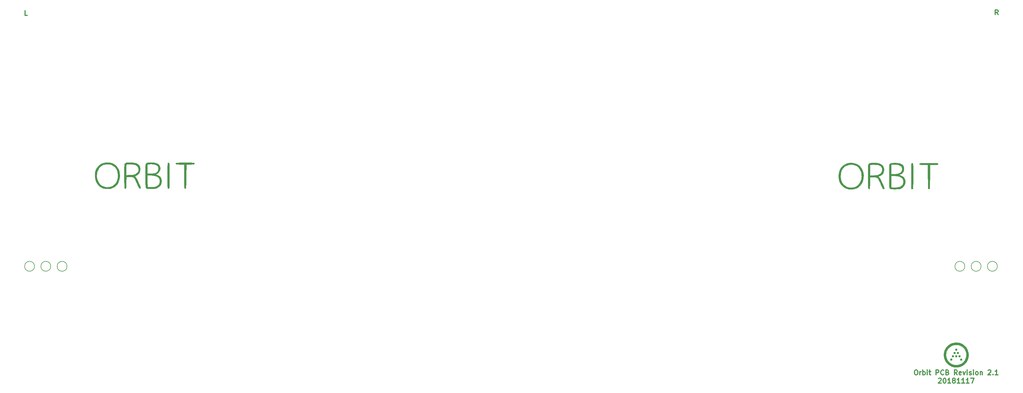
<source format=gto>
G04 #@! TF.GenerationSoftware,KiCad,Pcbnew,(5.0.0)*
G04 #@! TF.CreationDate,2018-11-17T22:30:46-08:00*
G04 #@! TF.ProjectId,Orbit,4F726269742E6B696361645F70636200,rev?*
G04 #@! TF.SameCoordinates,Original*
G04 #@! TF.FileFunction,Legend,Top*
G04 #@! TF.FilePolarity,Positive*
%FSLAX46Y46*%
G04 Gerber Fmt 4.6, Leading zero omitted, Abs format (unit mm)*
G04 Created by KiCad (PCBNEW (5.0.0)) date 11/17/18 22:30:46*
%MOMM*%
%LPD*%
G01*
G04 APERTURE LIST*
%ADD10C,0.300000*%
%ADD11C,0.150000*%
%ADD12C,0.010000*%
%ADD13C,1.187400*%
%ADD14C,1.900000*%
%ADD15C,1.600000*%
%ADD16C,1.600000*%
%ADD17C,4.387800*%
%ADD18C,2.150000*%
%ADD19C,1.050000*%
%ADD20O,1.400000X2.500000*%
%ADD21O,1.400000X2.000000*%
%ADD22C,5.400000*%
%ADD23C,3.448000*%
%ADD24C,2.540000*%
G04 APERTURE END LIST*
D10*
X306226339Y-153081696D02*
X306512053Y-153081696D01*
X306654910Y-153153125D01*
X306797767Y-153295982D01*
X306869196Y-153581696D01*
X306869196Y-154081696D01*
X306797767Y-154367410D01*
X306654910Y-154510267D01*
X306512053Y-154581696D01*
X306226339Y-154581696D01*
X306083482Y-154510267D01*
X305940625Y-154367410D01*
X305869196Y-154081696D01*
X305869196Y-153581696D01*
X305940625Y-153295982D01*
X306083482Y-153153125D01*
X306226339Y-153081696D01*
X307512053Y-154581696D02*
X307512053Y-153581696D01*
X307512053Y-153867410D02*
X307583482Y-153724553D01*
X307654910Y-153653125D01*
X307797767Y-153581696D01*
X307940625Y-153581696D01*
X308440625Y-154581696D02*
X308440625Y-153081696D01*
X308440625Y-153653125D02*
X308583482Y-153581696D01*
X308869196Y-153581696D01*
X309012053Y-153653125D01*
X309083482Y-153724553D01*
X309154910Y-153867410D01*
X309154910Y-154295982D01*
X309083482Y-154438839D01*
X309012053Y-154510267D01*
X308869196Y-154581696D01*
X308583482Y-154581696D01*
X308440625Y-154510267D01*
X309797767Y-154581696D02*
X309797767Y-153581696D01*
X309797767Y-153081696D02*
X309726339Y-153153125D01*
X309797767Y-153224553D01*
X309869196Y-153153125D01*
X309797767Y-153081696D01*
X309797767Y-153224553D01*
X310297767Y-153581696D02*
X310869196Y-153581696D01*
X310512053Y-153081696D02*
X310512053Y-154367410D01*
X310583482Y-154510267D01*
X310726339Y-154581696D01*
X310869196Y-154581696D01*
X312512053Y-154581696D02*
X312512053Y-153081696D01*
X313083482Y-153081696D01*
X313226339Y-153153125D01*
X313297767Y-153224553D01*
X313369196Y-153367410D01*
X313369196Y-153581696D01*
X313297767Y-153724553D01*
X313226339Y-153795982D01*
X313083482Y-153867410D01*
X312512053Y-153867410D01*
X314869196Y-154438839D02*
X314797767Y-154510267D01*
X314583482Y-154581696D01*
X314440625Y-154581696D01*
X314226339Y-154510267D01*
X314083482Y-154367410D01*
X314012053Y-154224553D01*
X313940625Y-153938839D01*
X313940625Y-153724553D01*
X314012053Y-153438839D01*
X314083482Y-153295982D01*
X314226339Y-153153125D01*
X314440625Y-153081696D01*
X314583482Y-153081696D01*
X314797767Y-153153125D01*
X314869196Y-153224553D01*
X316012053Y-153795982D02*
X316226339Y-153867410D01*
X316297767Y-153938839D01*
X316369196Y-154081696D01*
X316369196Y-154295982D01*
X316297767Y-154438839D01*
X316226339Y-154510267D01*
X316083482Y-154581696D01*
X315512053Y-154581696D01*
X315512053Y-153081696D01*
X316012053Y-153081696D01*
X316154910Y-153153125D01*
X316226339Y-153224553D01*
X316297767Y-153367410D01*
X316297767Y-153510267D01*
X316226339Y-153653125D01*
X316154910Y-153724553D01*
X316012053Y-153795982D01*
X315512053Y-153795982D01*
X319012053Y-154581696D02*
X318512053Y-153867410D01*
X318154910Y-154581696D02*
X318154910Y-153081696D01*
X318726339Y-153081696D01*
X318869196Y-153153125D01*
X318940625Y-153224553D01*
X319012053Y-153367410D01*
X319012053Y-153581696D01*
X318940625Y-153724553D01*
X318869196Y-153795982D01*
X318726339Y-153867410D01*
X318154910Y-153867410D01*
X320226339Y-154510267D02*
X320083482Y-154581696D01*
X319797767Y-154581696D01*
X319654910Y-154510267D01*
X319583482Y-154367410D01*
X319583482Y-153795982D01*
X319654910Y-153653125D01*
X319797767Y-153581696D01*
X320083482Y-153581696D01*
X320226339Y-153653125D01*
X320297767Y-153795982D01*
X320297767Y-153938839D01*
X319583482Y-154081696D01*
X320797767Y-153581696D02*
X321154910Y-154581696D01*
X321512053Y-153581696D01*
X322083482Y-154581696D02*
X322083482Y-153581696D01*
X322083482Y-153081696D02*
X322012053Y-153153125D01*
X322083482Y-153224553D01*
X322154910Y-153153125D01*
X322083482Y-153081696D01*
X322083482Y-153224553D01*
X322726339Y-154510267D02*
X322869196Y-154581696D01*
X323154910Y-154581696D01*
X323297767Y-154510267D01*
X323369196Y-154367410D01*
X323369196Y-154295982D01*
X323297767Y-154153125D01*
X323154910Y-154081696D01*
X322940625Y-154081696D01*
X322797767Y-154010267D01*
X322726339Y-153867410D01*
X322726339Y-153795982D01*
X322797767Y-153653125D01*
X322940625Y-153581696D01*
X323154910Y-153581696D01*
X323297767Y-153653125D01*
X324012053Y-154581696D02*
X324012053Y-153581696D01*
X324012053Y-153081696D02*
X323940625Y-153153125D01*
X324012053Y-153224553D01*
X324083482Y-153153125D01*
X324012053Y-153081696D01*
X324012053Y-153224553D01*
X324940625Y-154581696D02*
X324797767Y-154510267D01*
X324726339Y-154438839D01*
X324654910Y-154295982D01*
X324654910Y-153867410D01*
X324726339Y-153724553D01*
X324797767Y-153653125D01*
X324940625Y-153581696D01*
X325154910Y-153581696D01*
X325297767Y-153653125D01*
X325369196Y-153724553D01*
X325440625Y-153867410D01*
X325440625Y-154295982D01*
X325369196Y-154438839D01*
X325297767Y-154510267D01*
X325154910Y-154581696D01*
X324940625Y-154581696D01*
X326083482Y-153581696D02*
X326083482Y-154581696D01*
X326083482Y-153724553D02*
X326154910Y-153653125D01*
X326297767Y-153581696D01*
X326512053Y-153581696D01*
X326654910Y-153653125D01*
X326726339Y-153795982D01*
X326726339Y-154581696D01*
X328512053Y-153224553D02*
X328583482Y-153153125D01*
X328726339Y-153081696D01*
X329083482Y-153081696D01*
X329226339Y-153153125D01*
X329297767Y-153224553D01*
X329369196Y-153367410D01*
X329369196Y-153510267D01*
X329297767Y-153724553D01*
X328440625Y-154581696D01*
X329369196Y-154581696D01*
X330012053Y-154438839D02*
X330083482Y-154510267D01*
X330012053Y-154581696D01*
X329940625Y-154510267D01*
X330012053Y-154438839D01*
X330012053Y-154581696D01*
X331512053Y-154581696D02*
X330654910Y-154581696D01*
X331083482Y-154581696D02*
X331083482Y-153081696D01*
X330940625Y-153295982D01*
X330797767Y-153438839D01*
X330654910Y-153510267D01*
X313262053Y-155774553D02*
X313333482Y-155703125D01*
X313476339Y-155631696D01*
X313833482Y-155631696D01*
X313976339Y-155703125D01*
X314047767Y-155774553D01*
X314119196Y-155917410D01*
X314119196Y-156060267D01*
X314047767Y-156274553D01*
X313190625Y-157131696D01*
X314119196Y-157131696D01*
X315047767Y-155631696D02*
X315190625Y-155631696D01*
X315333482Y-155703125D01*
X315404910Y-155774553D01*
X315476339Y-155917410D01*
X315547767Y-156203125D01*
X315547767Y-156560267D01*
X315476339Y-156845982D01*
X315404910Y-156988839D01*
X315333482Y-157060267D01*
X315190625Y-157131696D01*
X315047767Y-157131696D01*
X314904910Y-157060267D01*
X314833482Y-156988839D01*
X314762053Y-156845982D01*
X314690625Y-156560267D01*
X314690625Y-156203125D01*
X314762053Y-155917410D01*
X314833482Y-155774553D01*
X314904910Y-155703125D01*
X315047767Y-155631696D01*
X316976339Y-157131696D02*
X316119196Y-157131696D01*
X316547767Y-157131696D02*
X316547767Y-155631696D01*
X316404910Y-155845982D01*
X316262053Y-155988839D01*
X316119196Y-156060267D01*
X317833482Y-156274553D02*
X317690625Y-156203125D01*
X317619196Y-156131696D01*
X317547767Y-155988839D01*
X317547767Y-155917410D01*
X317619196Y-155774553D01*
X317690625Y-155703125D01*
X317833482Y-155631696D01*
X318119196Y-155631696D01*
X318262053Y-155703125D01*
X318333482Y-155774553D01*
X318404910Y-155917410D01*
X318404910Y-155988839D01*
X318333482Y-156131696D01*
X318262053Y-156203125D01*
X318119196Y-156274553D01*
X317833482Y-156274553D01*
X317690625Y-156345982D01*
X317619196Y-156417410D01*
X317547767Y-156560267D01*
X317547767Y-156845982D01*
X317619196Y-156988839D01*
X317690625Y-157060267D01*
X317833482Y-157131696D01*
X318119196Y-157131696D01*
X318262053Y-157060267D01*
X318333482Y-156988839D01*
X318404910Y-156845982D01*
X318404910Y-156560267D01*
X318333482Y-156417410D01*
X318262053Y-156345982D01*
X318119196Y-156274553D01*
X319833482Y-157131696D02*
X318976339Y-157131696D01*
X319404910Y-157131696D02*
X319404910Y-155631696D01*
X319262053Y-155845982D01*
X319119196Y-155988839D01*
X318976339Y-156060267D01*
X321262053Y-157131696D02*
X320404910Y-157131696D01*
X320833482Y-157131696D02*
X320833482Y-155631696D01*
X320690625Y-155845982D01*
X320547767Y-155988839D01*
X320404910Y-156060267D01*
X322690625Y-157131696D02*
X321833482Y-157131696D01*
X322262053Y-157131696D02*
X322262053Y-155631696D01*
X322119196Y-155845982D01*
X321976339Y-155988839D01*
X321833482Y-156060267D01*
X323190625Y-155631696D02*
X324190625Y-155631696D01*
X323547767Y-157131696D01*
X331585035Y-43699821D02*
X331085035Y-42985535D01*
X330727892Y-43699821D02*
X330727892Y-42199821D01*
X331299321Y-42199821D01*
X331442178Y-42271250D01*
X331513607Y-42342678D01*
X331585035Y-42485535D01*
X331585035Y-42699821D01*
X331513607Y-42842678D01*
X331442178Y-42914107D01*
X331299321Y-42985535D01*
X330727892Y-42985535D01*
X33008035Y-43937946D02*
X32293750Y-43937946D01*
X32293750Y-42437946D01*
D11*
G04 #@! TO.C,D35*
X40236500Y-121156250D02*
G75*
G03X40236500Y-121156250I-1524000J0D01*
G01*
G04 #@! TO.C,D70*
X326349000Y-121156250D02*
G75*
G03X326349000Y-121156250I-1524000J0D01*
G01*
G04 #@! TO.C,D71*
X45236500Y-121156250D02*
G75*
G03X45236500Y-121156250I-1524000J0D01*
G01*
G04 #@! TO.C,D72*
X35236500Y-121156250D02*
G75*
G03X35236500Y-121156250I-1524000J0D01*
G01*
G04 #@! TO.C,D73*
X321349000Y-121156250D02*
G75*
G03X321349000Y-121156250I-1524000J0D01*
G01*
G04 #@! TO.C,D74*
X331349000Y-121156250D02*
G75*
G03X331349000Y-121156250I-1524000J0D01*
G01*
D12*
G04 #@! TO.C,G\002A\002A\002A*
G36*
X82336899Y-89239705D02*
X82939559Y-89243348D01*
X83407364Y-89250385D01*
X83757548Y-89261608D01*
X84007345Y-89277807D01*
X84173988Y-89299773D01*
X84274712Y-89328295D01*
X84326752Y-89364166D01*
X84327105Y-89364588D01*
X84392876Y-89529577D01*
X84383363Y-89616242D01*
X84332977Y-89668024D01*
X84211641Y-89705881D01*
X83995366Y-89732658D01*
X83660164Y-89751199D01*
X83182047Y-89764351D01*
X83125057Y-89765487D01*
X81915000Y-89789000D01*
X81872667Y-93387333D01*
X81862105Y-94154286D01*
X81849286Y-94870300D01*
X81834750Y-95517302D01*
X81819037Y-96077215D01*
X81802689Y-96531965D01*
X81786245Y-96863477D01*
X81770248Y-97053675D01*
X81761836Y-97091500D01*
X81627454Y-97180458D01*
X81526346Y-97197333D01*
X81370231Y-97150401D01*
X81319740Y-97091500D01*
X81310838Y-96986717D01*
X81301644Y-96730677D01*
X81292455Y-96341456D01*
X81283569Y-95837130D01*
X81275281Y-95235774D01*
X81267889Y-94555464D01*
X81261690Y-93814275D01*
X81258897Y-93387333D01*
X81237667Y-89789000D01*
X79997041Y-89765617D01*
X79507007Y-89754126D01*
X79160503Y-89738936D01*
X78931729Y-89716721D01*
X78794881Y-89684152D01*
X78724158Y-89637903D01*
X78701266Y-89598517D01*
X78676167Y-89503660D01*
X78691324Y-89426982D01*
X78762019Y-89366575D01*
X78903536Y-89320528D01*
X79131158Y-89286934D01*
X79460170Y-89263883D01*
X79905853Y-89249466D01*
X80483492Y-89241774D01*
X81208370Y-89238898D01*
X81582148Y-89238667D01*
X82336899Y-89239705D01*
X82336899Y-89239705D01*
G37*
X82336899Y-89239705D02*
X82939559Y-89243348D01*
X83407364Y-89250385D01*
X83757548Y-89261608D01*
X84007345Y-89277807D01*
X84173988Y-89299773D01*
X84274712Y-89328295D01*
X84326752Y-89364166D01*
X84327105Y-89364588D01*
X84392876Y-89529577D01*
X84383363Y-89616242D01*
X84332977Y-89668024D01*
X84211641Y-89705881D01*
X83995366Y-89732658D01*
X83660164Y-89751199D01*
X83182047Y-89764351D01*
X83125057Y-89765487D01*
X81915000Y-89789000D01*
X81872667Y-93387333D01*
X81862105Y-94154286D01*
X81849286Y-94870300D01*
X81834750Y-95517302D01*
X81819037Y-96077215D01*
X81802689Y-96531965D01*
X81786245Y-96863477D01*
X81770248Y-97053675D01*
X81761836Y-97091500D01*
X81627454Y-97180458D01*
X81526346Y-97197333D01*
X81370231Y-97150401D01*
X81319740Y-97091500D01*
X81310838Y-96986717D01*
X81301644Y-96730677D01*
X81292455Y-96341456D01*
X81283569Y-95837130D01*
X81275281Y-95235774D01*
X81267889Y-94555464D01*
X81261690Y-93814275D01*
X81258897Y-93387333D01*
X81237667Y-89789000D01*
X79997041Y-89765617D01*
X79507007Y-89754126D01*
X79160503Y-89738936D01*
X78931729Y-89716721D01*
X78794881Y-89684152D01*
X78724158Y-89637903D01*
X78701266Y-89598517D01*
X78676167Y-89503660D01*
X78691324Y-89426982D01*
X78762019Y-89366575D01*
X78903536Y-89320528D01*
X79131158Y-89286934D01*
X79460170Y-89263883D01*
X79905853Y-89249466D01*
X80483492Y-89241774D01*
X81208370Y-89238898D01*
X81582148Y-89238667D01*
X82336899Y-89239705D01*
G36*
X76434872Y-89271186D02*
X76529213Y-89318275D01*
X76533254Y-89320437D01*
X76574710Y-89346148D01*
X76609030Y-89384835D01*
X76636888Y-89451473D01*
X76658957Y-89561038D01*
X76675913Y-89728507D01*
X76688428Y-89968855D01*
X76697176Y-90297059D01*
X76702831Y-90728095D01*
X76706068Y-91276939D01*
X76707560Y-91958567D01*
X76707980Y-92787955D01*
X76708000Y-93204045D01*
X76706784Y-94170378D01*
X76702951Y-94978089D01*
X76696222Y-95637875D01*
X76686317Y-96160432D01*
X76672957Y-96556455D01*
X76655863Y-96836641D01*
X76634755Y-97011686D01*
X76609355Y-97092286D01*
X76606400Y-97095733D01*
X76435612Y-97184384D01*
X76247739Y-97183490D01*
X76171778Y-97140889D01*
X76160157Y-97047147D01*
X76149343Y-96801264D01*
X76139585Y-96420430D01*
X76131133Y-95921838D01*
X76124237Y-95322676D01*
X76119147Y-94640138D01*
X76116113Y-93891413D01*
X76115333Y-93256589D01*
X76115640Y-92311353D01*
X76117496Y-91522263D01*
X76122299Y-90876132D01*
X76131450Y-90359774D01*
X76146350Y-89960001D01*
X76168399Y-89663626D01*
X76198996Y-89457463D01*
X76239541Y-89328324D01*
X76291436Y-89263023D01*
X76356079Y-89248373D01*
X76434872Y-89271186D01*
X76434872Y-89271186D01*
G37*
X76434872Y-89271186D02*
X76529213Y-89318275D01*
X76533254Y-89320437D01*
X76574710Y-89346148D01*
X76609030Y-89384835D01*
X76636888Y-89451473D01*
X76658957Y-89561038D01*
X76675913Y-89728507D01*
X76688428Y-89968855D01*
X76697176Y-90297059D01*
X76702831Y-90728095D01*
X76706068Y-91276939D01*
X76707560Y-91958567D01*
X76707980Y-92787955D01*
X76708000Y-93204045D01*
X76706784Y-94170378D01*
X76702951Y-94978089D01*
X76696222Y-95637875D01*
X76686317Y-96160432D01*
X76672957Y-96556455D01*
X76655863Y-96836641D01*
X76634755Y-97011686D01*
X76609355Y-97092286D01*
X76606400Y-97095733D01*
X76435612Y-97184384D01*
X76247739Y-97183490D01*
X76171778Y-97140889D01*
X76160157Y-97047147D01*
X76149343Y-96801264D01*
X76139585Y-96420430D01*
X76131133Y-95921838D01*
X76124237Y-95322676D01*
X76119147Y-94640138D01*
X76116113Y-93891413D01*
X76115333Y-93256589D01*
X76115640Y-92311353D01*
X76117496Y-91522263D01*
X76122299Y-90876132D01*
X76131450Y-90359774D01*
X76146350Y-89960001D01*
X76168399Y-89663626D01*
X76198996Y-89457463D01*
X76239541Y-89328324D01*
X76291436Y-89263023D01*
X76356079Y-89248373D01*
X76434872Y-89271186D01*
G36*
X65259308Y-89210954D02*
X65798862Y-89259772D01*
X66237504Y-89350253D01*
X66608382Y-89489851D01*
X66944645Y-89686024D01*
X67028611Y-89745829D01*
X67389202Y-90095495D01*
X67617822Y-90525308D01*
X67723469Y-91055273D01*
X67733333Y-91313000D01*
X67671848Y-91914911D01*
X67483882Y-92406486D01*
X67164171Y-92795627D01*
X66707448Y-93090236D01*
X66487843Y-93182409D01*
X66250318Y-93272865D01*
X66087856Y-93339261D01*
X66048338Y-93358739D01*
X66079778Y-93428079D01*
X66199871Y-93568947D01*
X66248407Y-93618831D01*
X66404960Y-93807798D01*
X66582413Y-94087418D01*
X66788718Y-94473035D01*
X67031827Y-94979990D01*
X67319693Y-95623625D01*
X67480463Y-95995811D01*
X67676068Y-96468919D01*
X67796178Y-96808029D01*
X67841682Y-97030267D01*
X67813472Y-97152763D01*
X67712437Y-97192642D01*
X67541373Y-97167511D01*
X67455599Y-97125513D01*
X67365744Y-97029267D01*
X67260014Y-96857390D01*
X67126615Y-96588496D01*
X66953752Y-96201204D01*
X66767974Y-95765302D01*
X66562843Y-95292562D01*
X66359609Y-94849477D01*
X66174954Y-94470641D01*
X66025559Y-94190648D01*
X65952410Y-94074068D01*
X65756616Y-93854806D01*
X65520282Y-93704310D01*
X65212156Y-93613460D01*
X64800985Y-93573134D01*
X64255518Y-93574212D01*
X64241138Y-93574652D01*
X63457667Y-93599000D01*
X63415333Y-95377000D01*
X63400738Y-95968086D01*
X63387144Y-96411520D01*
X63371827Y-96728942D01*
X63352063Y-96941993D01*
X63325128Y-97072313D01*
X63288298Y-97141543D01*
X63238849Y-97171322D01*
X63188228Y-97181304D01*
X62992843Y-97133856D01*
X62913062Y-97038704D01*
X62894402Y-96920762D01*
X62877992Y-96655437D01*
X62863883Y-96264668D01*
X62852124Y-95770391D01*
X62842763Y-95194542D01*
X62835852Y-94559059D01*
X62831439Y-93885879D01*
X62829574Y-93196939D01*
X62830306Y-92514176D01*
X62833685Y-91859527D01*
X62837830Y-91446951D01*
X63415333Y-91446951D01*
X63415333Y-93067883D01*
X64581405Y-93035859D01*
X65057530Y-93020551D01*
X65403664Y-93000601D01*
X65659134Y-92969313D01*
X65863269Y-92919987D01*
X66055399Y-92845928D01*
X66253571Y-92751085D01*
X66714780Y-92445547D01*
X67026863Y-92068772D01*
X67185238Y-91630087D01*
X67185324Y-91138822D01*
X67142935Y-90940424D01*
X66972869Y-90521076D01*
X66706444Y-90195992D01*
X66330743Y-89958682D01*
X65832846Y-89802653D01*
X65199836Y-89721416D01*
X64685333Y-89705583D01*
X64283444Y-89710192D01*
X63934375Y-89723647D01*
X63678669Y-89743795D01*
X63563500Y-89765176D01*
X63511815Y-89800274D01*
X63473662Y-89872260D01*
X63447028Y-90004002D01*
X63429896Y-90218371D01*
X63420253Y-90538236D01*
X63416083Y-90986467D01*
X63415333Y-91446951D01*
X62837830Y-91446951D01*
X62839760Y-91254928D01*
X62848582Y-90722317D01*
X62860198Y-90283630D01*
X62874660Y-89960805D01*
X62892015Y-89775779D01*
X62896621Y-89754299D01*
X63003704Y-89561928D01*
X63183711Y-89378604D01*
X63190711Y-89373309D01*
X63302274Y-89301433D01*
X63432290Y-89251999D01*
X63613137Y-89220896D01*
X63877199Y-89204019D01*
X64256854Y-89197258D01*
X64585695Y-89196343D01*
X65259308Y-89210954D01*
X65259308Y-89210954D01*
G37*
X65259308Y-89210954D02*
X65798862Y-89259772D01*
X66237504Y-89350253D01*
X66608382Y-89489851D01*
X66944645Y-89686024D01*
X67028611Y-89745829D01*
X67389202Y-90095495D01*
X67617822Y-90525308D01*
X67723469Y-91055273D01*
X67733333Y-91313000D01*
X67671848Y-91914911D01*
X67483882Y-92406486D01*
X67164171Y-92795627D01*
X66707448Y-93090236D01*
X66487843Y-93182409D01*
X66250318Y-93272865D01*
X66087856Y-93339261D01*
X66048338Y-93358739D01*
X66079778Y-93428079D01*
X66199871Y-93568947D01*
X66248407Y-93618831D01*
X66404960Y-93807798D01*
X66582413Y-94087418D01*
X66788718Y-94473035D01*
X67031827Y-94979990D01*
X67319693Y-95623625D01*
X67480463Y-95995811D01*
X67676068Y-96468919D01*
X67796178Y-96808029D01*
X67841682Y-97030267D01*
X67813472Y-97152763D01*
X67712437Y-97192642D01*
X67541373Y-97167511D01*
X67455599Y-97125513D01*
X67365744Y-97029267D01*
X67260014Y-96857390D01*
X67126615Y-96588496D01*
X66953752Y-96201204D01*
X66767974Y-95765302D01*
X66562843Y-95292562D01*
X66359609Y-94849477D01*
X66174954Y-94470641D01*
X66025559Y-94190648D01*
X65952410Y-94074068D01*
X65756616Y-93854806D01*
X65520282Y-93704310D01*
X65212156Y-93613460D01*
X64800985Y-93573134D01*
X64255518Y-93574212D01*
X64241138Y-93574652D01*
X63457667Y-93599000D01*
X63415333Y-95377000D01*
X63400738Y-95968086D01*
X63387144Y-96411520D01*
X63371827Y-96728942D01*
X63352063Y-96941993D01*
X63325128Y-97072313D01*
X63288298Y-97141543D01*
X63238849Y-97171322D01*
X63188228Y-97181304D01*
X62992843Y-97133856D01*
X62913062Y-97038704D01*
X62894402Y-96920762D01*
X62877992Y-96655437D01*
X62863883Y-96264668D01*
X62852124Y-95770391D01*
X62842763Y-95194542D01*
X62835852Y-94559059D01*
X62831439Y-93885879D01*
X62829574Y-93196939D01*
X62830306Y-92514176D01*
X62833685Y-91859527D01*
X62837830Y-91446951D01*
X63415333Y-91446951D01*
X63415333Y-93067883D01*
X64581405Y-93035859D01*
X65057530Y-93020551D01*
X65403664Y-93000601D01*
X65659134Y-92969313D01*
X65863269Y-92919987D01*
X66055399Y-92845928D01*
X66253571Y-92751085D01*
X66714780Y-92445547D01*
X67026863Y-92068772D01*
X67185238Y-91630087D01*
X67185324Y-91138822D01*
X67142935Y-90940424D01*
X66972869Y-90521076D01*
X66706444Y-90195992D01*
X66330743Y-89958682D01*
X65832846Y-89802653D01*
X65199836Y-89721416D01*
X64685333Y-89705583D01*
X64283444Y-89710192D01*
X63934375Y-89723647D01*
X63678669Y-89743795D01*
X63563500Y-89765176D01*
X63511815Y-89800274D01*
X63473662Y-89872260D01*
X63447028Y-90004002D01*
X63429896Y-90218371D01*
X63420253Y-90538236D01*
X63416083Y-90986467D01*
X63415333Y-91446951D01*
X62837830Y-91446951D01*
X62839760Y-91254928D01*
X62848582Y-90722317D01*
X62860198Y-90283630D01*
X62874660Y-89960805D01*
X62892015Y-89775779D01*
X62896621Y-89754299D01*
X63003704Y-89561928D01*
X63183711Y-89378604D01*
X63190711Y-89373309D01*
X63302274Y-89301433D01*
X63432290Y-89251999D01*
X63613137Y-89220896D01*
X63877199Y-89204019D01*
X64256854Y-89197258D01*
X64585695Y-89196343D01*
X65259308Y-89210954D01*
G36*
X71204667Y-89205833D02*
X71951855Y-89243837D01*
X72555899Y-89347464D01*
X73032370Y-89523324D01*
X73396842Y-89778028D01*
X73664886Y-90118187D01*
X73752023Y-90287171D01*
X73891029Y-90781634D01*
X73882553Y-91285889D01*
X73740505Y-91767316D01*
X73478793Y-92193296D01*
X73111328Y-92531211D01*
X72710236Y-92730254D01*
X72361854Y-92846382D01*
X72882002Y-93036037D01*
X73444302Y-93301546D01*
X73856539Y-93638500D01*
X74126716Y-94057609D01*
X74262837Y-94569580D01*
X74283516Y-94911333D01*
X74265784Y-95262900D01*
X74219600Y-95600496D01*
X74172391Y-95793210D01*
X73971378Y-96178675D01*
X73650840Y-96554163D01*
X73256506Y-96872759D01*
X72959557Y-97037472D01*
X72765721Y-97116361D01*
X72570925Y-97172418D01*
X72339394Y-97210232D01*
X72035356Y-97234393D01*
X71623036Y-97249491D01*
X71247000Y-97257190D01*
X70786661Y-97259874D01*
X70375274Y-97252626D01*
X70047921Y-97236782D01*
X69839682Y-97213680D01*
X69795559Y-97201874D01*
X69688042Y-97153990D01*
X69599020Y-97099773D01*
X69526746Y-97023879D01*
X69469476Y-96910965D01*
X69425464Y-96745690D01*
X69392964Y-96512709D01*
X69370231Y-96196682D01*
X69355520Y-95782264D01*
X69347085Y-95254113D01*
X69343180Y-94596887D01*
X69342061Y-93795243D01*
X69342000Y-93215126D01*
X69342023Y-93133333D01*
X69931299Y-93133333D01*
X69954149Y-94932500D01*
X69977000Y-96731667D01*
X70612000Y-96774000D01*
X71282430Y-96788192D01*
X71901086Y-96742743D01*
X72428936Y-96642273D01*
X72775373Y-96517883D01*
X73219239Y-96217556D01*
X73530280Y-95816786D01*
X73701877Y-95328019D01*
X73727414Y-94763706D01*
X73724576Y-94732030D01*
X73606918Y-94259543D01*
X73351357Y-93871375D01*
X72955539Y-93566309D01*
X72417111Y-93343131D01*
X71733719Y-93200624D01*
X70903010Y-93137572D01*
X70631483Y-93133973D01*
X69931299Y-93133333D01*
X69342023Y-93133333D01*
X69342249Y-92350246D01*
X69343490Y-91638729D01*
X69346462Y-91064607D01*
X69351905Y-90611909D01*
X69360559Y-90264666D01*
X69373165Y-90006909D01*
X69390461Y-89822668D01*
X69400120Y-89768822D01*
X69934667Y-89768822D01*
X69934667Y-92625333D01*
X70802500Y-92624328D01*
X71227611Y-92611959D01*
X71643299Y-92579642D01*
X71985760Y-92533142D01*
X72110599Y-92506109D01*
X72633368Y-92306999D01*
X73009877Y-92024885D01*
X73243679Y-91655692D01*
X73338326Y-91195344D01*
X73340872Y-91095081D01*
X73268296Y-90632992D01*
X73051891Y-90259089D01*
X72693639Y-89975458D01*
X72195522Y-89784187D01*
X72068332Y-89754910D01*
X71582390Y-89688605D01*
X71026736Y-89665131D01*
X70493247Y-89686437D01*
X70252167Y-89716343D01*
X69934667Y-89768822D01*
X69400120Y-89768822D01*
X69413189Y-89695973D01*
X69442087Y-89610856D01*
X69477895Y-89551346D01*
X69513676Y-89509656D01*
X69650408Y-89388616D01*
X69818402Y-89302865D01*
X70046861Y-89247155D01*
X70364988Y-89216241D01*
X70801983Y-89204875D01*
X71204667Y-89205833D01*
X71204667Y-89205833D01*
G37*
X71204667Y-89205833D02*
X71951855Y-89243837D01*
X72555899Y-89347464D01*
X73032370Y-89523324D01*
X73396842Y-89778028D01*
X73664886Y-90118187D01*
X73752023Y-90287171D01*
X73891029Y-90781634D01*
X73882553Y-91285889D01*
X73740505Y-91767316D01*
X73478793Y-92193296D01*
X73111328Y-92531211D01*
X72710236Y-92730254D01*
X72361854Y-92846382D01*
X72882002Y-93036037D01*
X73444302Y-93301546D01*
X73856539Y-93638500D01*
X74126716Y-94057609D01*
X74262837Y-94569580D01*
X74283516Y-94911333D01*
X74265784Y-95262900D01*
X74219600Y-95600496D01*
X74172391Y-95793210D01*
X73971378Y-96178675D01*
X73650840Y-96554163D01*
X73256506Y-96872759D01*
X72959557Y-97037472D01*
X72765721Y-97116361D01*
X72570925Y-97172418D01*
X72339394Y-97210232D01*
X72035356Y-97234393D01*
X71623036Y-97249491D01*
X71247000Y-97257190D01*
X70786661Y-97259874D01*
X70375274Y-97252626D01*
X70047921Y-97236782D01*
X69839682Y-97213680D01*
X69795559Y-97201874D01*
X69688042Y-97153990D01*
X69599020Y-97099773D01*
X69526746Y-97023879D01*
X69469476Y-96910965D01*
X69425464Y-96745690D01*
X69392964Y-96512709D01*
X69370231Y-96196682D01*
X69355520Y-95782264D01*
X69347085Y-95254113D01*
X69343180Y-94596887D01*
X69342061Y-93795243D01*
X69342000Y-93215126D01*
X69342023Y-93133333D01*
X69931299Y-93133333D01*
X69954149Y-94932500D01*
X69977000Y-96731667D01*
X70612000Y-96774000D01*
X71282430Y-96788192D01*
X71901086Y-96742743D01*
X72428936Y-96642273D01*
X72775373Y-96517883D01*
X73219239Y-96217556D01*
X73530280Y-95816786D01*
X73701877Y-95328019D01*
X73727414Y-94763706D01*
X73724576Y-94732030D01*
X73606918Y-94259543D01*
X73351357Y-93871375D01*
X72955539Y-93566309D01*
X72417111Y-93343131D01*
X71733719Y-93200624D01*
X70903010Y-93137572D01*
X70631483Y-93133973D01*
X69931299Y-93133333D01*
X69342023Y-93133333D01*
X69342249Y-92350246D01*
X69343490Y-91638729D01*
X69346462Y-91064607D01*
X69351905Y-90611909D01*
X69360559Y-90264666D01*
X69373165Y-90006909D01*
X69390461Y-89822668D01*
X69400120Y-89768822D01*
X69934667Y-89768822D01*
X69934667Y-92625333D01*
X70802500Y-92624328D01*
X71227611Y-92611959D01*
X71643299Y-92579642D01*
X71985760Y-92533142D01*
X72110599Y-92506109D01*
X72633368Y-92306999D01*
X73009877Y-92024885D01*
X73243679Y-91655692D01*
X73338326Y-91195344D01*
X73340872Y-91095081D01*
X73268296Y-90632992D01*
X73051891Y-90259089D01*
X72693639Y-89975458D01*
X72195522Y-89784187D01*
X72068332Y-89754910D01*
X71582390Y-89688605D01*
X71026736Y-89665131D01*
X70493247Y-89686437D01*
X70252167Y-89716343D01*
X69934667Y-89768822D01*
X69400120Y-89768822D01*
X69413189Y-89695973D01*
X69442087Y-89610856D01*
X69477895Y-89551346D01*
X69513676Y-89509656D01*
X69650408Y-89388616D01*
X69818402Y-89302865D01*
X70046861Y-89247155D01*
X70364988Y-89216241D01*
X70801983Y-89204875D01*
X71204667Y-89205833D01*
G36*
X58255844Y-89218999D02*
X59008944Y-89394371D01*
X59657877Y-89691363D01*
X60227551Y-90121984D01*
X60326582Y-90217597D01*
X60814839Y-90823908D01*
X61167460Y-91527444D01*
X61382085Y-92320974D01*
X61456354Y-93197265D01*
X61442065Y-93636242D01*
X61313977Y-94476863D01*
X61053997Y-95229697D01*
X60670190Y-95883823D01*
X60170621Y-96428324D01*
X59563356Y-96852278D01*
X58856458Y-97144768D01*
X58849133Y-97146927D01*
X58486424Y-97218995D01*
X58025999Y-97261723D01*
X57524833Y-97274721D01*
X57039899Y-97257595D01*
X56628173Y-97209955D01*
X56430333Y-97163566D01*
X55708821Y-96850049D01*
X55081125Y-96403057D01*
X54563125Y-95838888D01*
X54170699Y-95173841D01*
X53975328Y-94643475D01*
X53880632Y-94169177D01*
X53828091Y-93599116D01*
X53824673Y-93373058D01*
X54370212Y-93373058D01*
X54450437Y-94133450D01*
X54658283Y-94834368D01*
X54985444Y-95455970D01*
X55423616Y-95978417D01*
X55964494Y-96381870D01*
X56037015Y-96421936D01*
X56679231Y-96682112D01*
X57364606Y-96795543D01*
X58112237Y-96764149D01*
X58589333Y-96678685D01*
X59178341Y-96462775D01*
X59707549Y-96101692D01*
X60160122Y-95614055D01*
X60519221Y-95018483D01*
X60768010Y-94333595D01*
X60789913Y-94245186D01*
X60844243Y-93863733D01*
X60861625Y-93384472D01*
X60844901Y-92866117D01*
X60796916Y-92367382D01*
X60720514Y-91946980D01*
X60670442Y-91778667D01*
X60345668Y-91115703D01*
X59902178Y-90565766D01*
X59355671Y-90138893D01*
X58721843Y-89845120D01*
X58016394Y-89694484D01*
X57395616Y-89684803D01*
X56652446Y-89810549D01*
X56002055Y-90075753D01*
X55450741Y-90474289D01*
X55004806Y-91000030D01*
X54670549Y-91646849D01*
X54454270Y-92408619D01*
X54425912Y-92573030D01*
X54370212Y-93373058D01*
X53824673Y-93373058D01*
X53819032Y-93000038D01*
X53854782Y-92438691D01*
X53923436Y-92032667D01*
X54189172Y-91280446D01*
X54583878Y-90626821D01*
X55092260Y-90081727D01*
X55699021Y-89655095D01*
X56388865Y-89356862D01*
X57146498Y-89196959D01*
X57956623Y-89185320D01*
X58255844Y-89218999D01*
X58255844Y-89218999D01*
G37*
X58255844Y-89218999D02*
X59008944Y-89394371D01*
X59657877Y-89691363D01*
X60227551Y-90121984D01*
X60326582Y-90217597D01*
X60814839Y-90823908D01*
X61167460Y-91527444D01*
X61382085Y-92320974D01*
X61456354Y-93197265D01*
X61442065Y-93636242D01*
X61313977Y-94476863D01*
X61053997Y-95229697D01*
X60670190Y-95883823D01*
X60170621Y-96428324D01*
X59563356Y-96852278D01*
X58856458Y-97144768D01*
X58849133Y-97146927D01*
X58486424Y-97218995D01*
X58025999Y-97261723D01*
X57524833Y-97274721D01*
X57039899Y-97257595D01*
X56628173Y-97209955D01*
X56430333Y-97163566D01*
X55708821Y-96850049D01*
X55081125Y-96403057D01*
X54563125Y-95838888D01*
X54170699Y-95173841D01*
X53975328Y-94643475D01*
X53880632Y-94169177D01*
X53828091Y-93599116D01*
X53824673Y-93373058D01*
X54370212Y-93373058D01*
X54450437Y-94133450D01*
X54658283Y-94834368D01*
X54985444Y-95455970D01*
X55423616Y-95978417D01*
X55964494Y-96381870D01*
X56037015Y-96421936D01*
X56679231Y-96682112D01*
X57364606Y-96795543D01*
X58112237Y-96764149D01*
X58589333Y-96678685D01*
X59178341Y-96462775D01*
X59707549Y-96101692D01*
X60160122Y-95614055D01*
X60519221Y-95018483D01*
X60768010Y-94333595D01*
X60789913Y-94245186D01*
X60844243Y-93863733D01*
X60861625Y-93384472D01*
X60844901Y-92866117D01*
X60796916Y-92367382D01*
X60720514Y-91946980D01*
X60670442Y-91778667D01*
X60345668Y-91115703D01*
X59902178Y-90565766D01*
X59355671Y-90138893D01*
X58721843Y-89845120D01*
X58016394Y-89694484D01*
X57395616Y-89684803D01*
X56652446Y-89810549D01*
X56002055Y-90075753D01*
X55450741Y-90474289D01*
X55004806Y-91000030D01*
X54670549Y-91646849D01*
X54454270Y-92408619D01*
X54425912Y-92573030D01*
X54370212Y-93373058D01*
X53824673Y-93373058D01*
X53819032Y-93000038D01*
X53854782Y-92438691D01*
X53923436Y-92032667D01*
X54189172Y-91280446D01*
X54583878Y-90626821D01*
X55092260Y-90081727D01*
X55699021Y-89655095D01*
X56388865Y-89356862D01*
X57146498Y-89196959D01*
X57956623Y-89185320D01*
X58255844Y-89218999D01*
G36*
X311063899Y-89366705D02*
X311666559Y-89370348D01*
X312134364Y-89377385D01*
X312484548Y-89388608D01*
X312734345Y-89404807D01*
X312900988Y-89426773D01*
X313001712Y-89455295D01*
X313053752Y-89491166D01*
X313054105Y-89491588D01*
X313119876Y-89656577D01*
X313110363Y-89743242D01*
X313059977Y-89795024D01*
X312938641Y-89832881D01*
X312722366Y-89859658D01*
X312387164Y-89878199D01*
X311909047Y-89891351D01*
X311852057Y-89892487D01*
X310642000Y-89916000D01*
X310599667Y-93514333D01*
X310589105Y-94281286D01*
X310576286Y-94997300D01*
X310561750Y-95644302D01*
X310546037Y-96204215D01*
X310529689Y-96658965D01*
X310513245Y-96990477D01*
X310497248Y-97180675D01*
X310488836Y-97218500D01*
X310354454Y-97307458D01*
X310253346Y-97324333D01*
X310097231Y-97277401D01*
X310046740Y-97218500D01*
X310037838Y-97113717D01*
X310028644Y-96857677D01*
X310019455Y-96468456D01*
X310010569Y-95964130D01*
X310002281Y-95362774D01*
X309994889Y-94682464D01*
X309988690Y-93941275D01*
X309985897Y-93514333D01*
X309964667Y-89916000D01*
X308724041Y-89892617D01*
X308234007Y-89881126D01*
X307887503Y-89865936D01*
X307658729Y-89843721D01*
X307521881Y-89811152D01*
X307451158Y-89764903D01*
X307428266Y-89725517D01*
X307403167Y-89630660D01*
X307418324Y-89553982D01*
X307489019Y-89493575D01*
X307630536Y-89447528D01*
X307858158Y-89413934D01*
X308187170Y-89390883D01*
X308632853Y-89376466D01*
X309210492Y-89368774D01*
X309935370Y-89365898D01*
X310309148Y-89365667D01*
X311063899Y-89366705D01*
X311063899Y-89366705D01*
G37*
X311063899Y-89366705D02*
X311666559Y-89370348D01*
X312134364Y-89377385D01*
X312484548Y-89388608D01*
X312734345Y-89404807D01*
X312900988Y-89426773D01*
X313001712Y-89455295D01*
X313053752Y-89491166D01*
X313054105Y-89491588D01*
X313119876Y-89656577D01*
X313110363Y-89743242D01*
X313059977Y-89795024D01*
X312938641Y-89832881D01*
X312722366Y-89859658D01*
X312387164Y-89878199D01*
X311909047Y-89891351D01*
X311852057Y-89892487D01*
X310642000Y-89916000D01*
X310599667Y-93514333D01*
X310589105Y-94281286D01*
X310576286Y-94997300D01*
X310561750Y-95644302D01*
X310546037Y-96204215D01*
X310529689Y-96658965D01*
X310513245Y-96990477D01*
X310497248Y-97180675D01*
X310488836Y-97218500D01*
X310354454Y-97307458D01*
X310253346Y-97324333D01*
X310097231Y-97277401D01*
X310046740Y-97218500D01*
X310037838Y-97113717D01*
X310028644Y-96857677D01*
X310019455Y-96468456D01*
X310010569Y-95964130D01*
X310002281Y-95362774D01*
X309994889Y-94682464D01*
X309988690Y-93941275D01*
X309985897Y-93514333D01*
X309964667Y-89916000D01*
X308724041Y-89892617D01*
X308234007Y-89881126D01*
X307887503Y-89865936D01*
X307658729Y-89843721D01*
X307521881Y-89811152D01*
X307451158Y-89764903D01*
X307428266Y-89725517D01*
X307403167Y-89630660D01*
X307418324Y-89553982D01*
X307489019Y-89493575D01*
X307630536Y-89447528D01*
X307858158Y-89413934D01*
X308187170Y-89390883D01*
X308632853Y-89376466D01*
X309210492Y-89368774D01*
X309935370Y-89365898D01*
X310309148Y-89365667D01*
X311063899Y-89366705D01*
G36*
X305161872Y-89398186D02*
X305256213Y-89445275D01*
X305260254Y-89447437D01*
X305301710Y-89473148D01*
X305336030Y-89511835D01*
X305363888Y-89578473D01*
X305385957Y-89688038D01*
X305402913Y-89855507D01*
X305415428Y-90095855D01*
X305424176Y-90424059D01*
X305429831Y-90855095D01*
X305433068Y-91403939D01*
X305434560Y-92085567D01*
X305434980Y-92914955D01*
X305435000Y-93331045D01*
X305433784Y-94297378D01*
X305429951Y-95105089D01*
X305423222Y-95764875D01*
X305413317Y-96287432D01*
X305399957Y-96683455D01*
X305382863Y-96963641D01*
X305361755Y-97138686D01*
X305336355Y-97219286D01*
X305333400Y-97222733D01*
X305162612Y-97311384D01*
X304974739Y-97310490D01*
X304898778Y-97267889D01*
X304887157Y-97174147D01*
X304876343Y-96928264D01*
X304866585Y-96547430D01*
X304858133Y-96048838D01*
X304851237Y-95449676D01*
X304846147Y-94767138D01*
X304843113Y-94018413D01*
X304842333Y-93383589D01*
X304842640Y-92438353D01*
X304844496Y-91649263D01*
X304849299Y-91003132D01*
X304858450Y-90486774D01*
X304873350Y-90087001D01*
X304895399Y-89790626D01*
X304925996Y-89584463D01*
X304966541Y-89455324D01*
X305018436Y-89390023D01*
X305083079Y-89375373D01*
X305161872Y-89398186D01*
X305161872Y-89398186D01*
G37*
X305161872Y-89398186D02*
X305256213Y-89445275D01*
X305260254Y-89447437D01*
X305301710Y-89473148D01*
X305336030Y-89511835D01*
X305363888Y-89578473D01*
X305385957Y-89688038D01*
X305402913Y-89855507D01*
X305415428Y-90095855D01*
X305424176Y-90424059D01*
X305429831Y-90855095D01*
X305433068Y-91403939D01*
X305434560Y-92085567D01*
X305434980Y-92914955D01*
X305435000Y-93331045D01*
X305433784Y-94297378D01*
X305429951Y-95105089D01*
X305423222Y-95764875D01*
X305413317Y-96287432D01*
X305399957Y-96683455D01*
X305382863Y-96963641D01*
X305361755Y-97138686D01*
X305336355Y-97219286D01*
X305333400Y-97222733D01*
X305162612Y-97311384D01*
X304974739Y-97310490D01*
X304898778Y-97267889D01*
X304887157Y-97174147D01*
X304876343Y-96928264D01*
X304866585Y-96547430D01*
X304858133Y-96048838D01*
X304851237Y-95449676D01*
X304846147Y-94767138D01*
X304843113Y-94018413D01*
X304842333Y-93383589D01*
X304842640Y-92438353D01*
X304844496Y-91649263D01*
X304849299Y-91003132D01*
X304858450Y-90486774D01*
X304873350Y-90087001D01*
X304895399Y-89790626D01*
X304925996Y-89584463D01*
X304966541Y-89455324D01*
X305018436Y-89390023D01*
X305083079Y-89375373D01*
X305161872Y-89398186D01*
G36*
X293986308Y-89337954D02*
X294525862Y-89386772D01*
X294964504Y-89477253D01*
X295335382Y-89616851D01*
X295671645Y-89813024D01*
X295755611Y-89872829D01*
X296116202Y-90222495D01*
X296344822Y-90652308D01*
X296450469Y-91182273D01*
X296460333Y-91440000D01*
X296398848Y-92041911D01*
X296210882Y-92533486D01*
X295891171Y-92922627D01*
X295434448Y-93217236D01*
X295214843Y-93309409D01*
X294977318Y-93399865D01*
X294814856Y-93466261D01*
X294775338Y-93485739D01*
X294806778Y-93555079D01*
X294926871Y-93695947D01*
X294975407Y-93745831D01*
X295131960Y-93934798D01*
X295309413Y-94214418D01*
X295515718Y-94600035D01*
X295758827Y-95106990D01*
X296046693Y-95750625D01*
X296207463Y-96122811D01*
X296403068Y-96595919D01*
X296523178Y-96935029D01*
X296568682Y-97157267D01*
X296540472Y-97279763D01*
X296439437Y-97319642D01*
X296268373Y-97294511D01*
X296182599Y-97252513D01*
X296092744Y-97156267D01*
X295987014Y-96984390D01*
X295853615Y-96715496D01*
X295680752Y-96328204D01*
X295494974Y-95892302D01*
X295289843Y-95419562D01*
X295086609Y-94976477D01*
X294901954Y-94597641D01*
X294752559Y-94317648D01*
X294679410Y-94201068D01*
X294483616Y-93981806D01*
X294247282Y-93831310D01*
X293939156Y-93740460D01*
X293527985Y-93700134D01*
X292982518Y-93701212D01*
X292968138Y-93701652D01*
X292184667Y-93726000D01*
X292142333Y-95504000D01*
X292127738Y-96095086D01*
X292114144Y-96538520D01*
X292098827Y-96855942D01*
X292079063Y-97068993D01*
X292052128Y-97199313D01*
X292015298Y-97268543D01*
X291965849Y-97298322D01*
X291915228Y-97308304D01*
X291719843Y-97260856D01*
X291640062Y-97165704D01*
X291621402Y-97047762D01*
X291604992Y-96782437D01*
X291590883Y-96391668D01*
X291579124Y-95897391D01*
X291569763Y-95321542D01*
X291562852Y-94686059D01*
X291558439Y-94012879D01*
X291556574Y-93323939D01*
X291557306Y-92641176D01*
X291560685Y-91986527D01*
X291564830Y-91573951D01*
X292142333Y-91573951D01*
X292142333Y-93194883D01*
X293308405Y-93162859D01*
X293784530Y-93147551D01*
X294130664Y-93127601D01*
X294386134Y-93096313D01*
X294590269Y-93046987D01*
X294782399Y-92972928D01*
X294980571Y-92878085D01*
X295441780Y-92572547D01*
X295753863Y-92195772D01*
X295912238Y-91757087D01*
X295912324Y-91265822D01*
X295869935Y-91067424D01*
X295699869Y-90648076D01*
X295433444Y-90322992D01*
X295057743Y-90085682D01*
X294559846Y-89929653D01*
X293926836Y-89848416D01*
X293412333Y-89832583D01*
X293010444Y-89837192D01*
X292661375Y-89850647D01*
X292405669Y-89870795D01*
X292290500Y-89892176D01*
X292238815Y-89927274D01*
X292200662Y-89999260D01*
X292174028Y-90131002D01*
X292156896Y-90345371D01*
X292147253Y-90665236D01*
X292143083Y-91113467D01*
X292142333Y-91573951D01*
X291564830Y-91573951D01*
X291566760Y-91381928D01*
X291575582Y-90849317D01*
X291587198Y-90410630D01*
X291601660Y-90087805D01*
X291619015Y-89902779D01*
X291623621Y-89881299D01*
X291730704Y-89688928D01*
X291910711Y-89505604D01*
X291917711Y-89500309D01*
X292029274Y-89428433D01*
X292159290Y-89378999D01*
X292340137Y-89347896D01*
X292604199Y-89331019D01*
X292983854Y-89324258D01*
X293312695Y-89323343D01*
X293986308Y-89337954D01*
X293986308Y-89337954D01*
G37*
X293986308Y-89337954D02*
X294525862Y-89386772D01*
X294964504Y-89477253D01*
X295335382Y-89616851D01*
X295671645Y-89813024D01*
X295755611Y-89872829D01*
X296116202Y-90222495D01*
X296344822Y-90652308D01*
X296450469Y-91182273D01*
X296460333Y-91440000D01*
X296398848Y-92041911D01*
X296210882Y-92533486D01*
X295891171Y-92922627D01*
X295434448Y-93217236D01*
X295214843Y-93309409D01*
X294977318Y-93399865D01*
X294814856Y-93466261D01*
X294775338Y-93485739D01*
X294806778Y-93555079D01*
X294926871Y-93695947D01*
X294975407Y-93745831D01*
X295131960Y-93934798D01*
X295309413Y-94214418D01*
X295515718Y-94600035D01*
X295758827Y-95106990D01*
X296046693Y-95750625D01*
X296207463Y-96122811D01*
X296403068Y-96595919D01*
X296523178Y-96935029D01*
X296568682Y-97157267D01*
X296540472Y-97279763D01*
X296439437Y-97319642D01*
X296268373Y-97294511D01*
X296182599Y-97252513D01*
X296092744Y-97156267D01*
X295987014Y-96984390D01*
X295853615Y-96715496D01*
X295680752Y-96328204D01*
X295494974Y-95892302D01*
X295289843Y-95419562D01*
X295086609Y-94976477D01*
X294901954Y-94597641D01*
X294752559Y-94317648D01*
X294679410Y-94201068D01*
X294483616Y-93981806D01*
X294247282Y-93831310D01*
X293939156Y-93740460D01*
X293527985Y-93700134D01*
X292982518Y-93701212D01*
X292968138Y-93701652D01*
X292184667Y-93726000D01*
X292142333Y-95504000D01*
X292127738Y-96095086D01*
X292114144Y-96538520D01*
X292098827Y-96855942D01*
X292079063Y-97068993D01*
X292052128Y-97199313D01*
X292015298Y-97268543D01*
X291965849Y-97298322D01*
X291915228Y-97308304D01*
X291719843Y-97260856D01*
X291640062Y-97165704D01*
X291621402Y-97047762D01*
X291604992Y-96782437D01*
X291590883Y-96391668D01*
X291579124Y-95897391D01*
X291569763Y-95321542D01*
X291562852Y-94686059D01*
X291558439Y-94012879D01*
X291556574Y-93323939D01*
X291557306Y-92641176D01*
X291560685Y-91986527D01*
X291564830Y-91573951D01*
X292142333Y-91573951D01*
X292142333Y-93194883D01*
X293308405Y-93162859D01*
X293784530Y-93147551D01*
X294130664Y-93127601D01*
X294386134Y-93096313D01*
X294590269Y-93046987D01*
X294782399Y-92972928D01*
X294980571Y-92878085D01*
X295441780Y-92572547D01*
X295753863Y-92195772D01*
X295912238Y-91757087D01*
X295912324Y-91265822D01*
X295869935Y-91067424D01*
X295699869Y-90648076D01*
X295433444Y-90322992D01*
X295057743Y-90085682D01*
X294559846Y-89929653D01*
X293926836Y-89848416D01*
X293412333Y-89832583D01*
X293010444Y-89837192D01*
X292661375Y-89850647D01*
X292405669Y-89870795D01*
X292290500Y-89892176D01*
X292238815Y-89927274D01*
X292200662Y-89999260D01*
X292174028Y-90131002D01*
X292156896Y-90345371D01*
X292147253Y-90665236D01*
X292143083Y-91113467D01*
X292142333Y-91573951D01*
X291564830Y-91573951D01*
X291566760Y-91381928D01*
X291575582Y-90849317D01*
X291587198Y-90410630D01*
X291601660Y-90087805D01*
X291619015Y-89902779D01*
X291623621Y-89881299D01*
X291730704Y-89688928D01*
X291910711Y-89505604D01*
X291917711Y-89500309D01*
X292029274Y-89428433D01*
X292159290Y-89378999D01*
X292340137Y-89347896D01*
X292604199Y-89331019D01*
X292983854Y-89324258D01*
X293312695Y-89323343D01*
X293986308Y-89337954D01*
G36*
X299931667Y-89332833D02*
X300678855Y-89370837D01*
X301282899Y-89474464D01*
X301759370Y-89650324D01*
X302123842Y-89905028D01*
X302391886Y-90245187D01*
X302479023Y-90414171D01*
X302618029Y-90908634D01*
X302609553Y-91412889D01*
X302467505Y-91894316D01*
X302205793Y-92320296D01*
X301838328Y-92658211D01*
X301437236Y-92857254D01*
X301088854Y-92973382D01*
X301609002Y-93163037D01*
X302171302Y-93428546D01*
X302583539Y-93765500D01*
X302853716Y-94184609D01*
X302989837Y-94696580D01*
X303010516Y-95038333D01*
X302992784Y-95389900D01*
X302946600Y-95727496D01*
X302899391Y-95920210D01*
X302698378Y-96305675D01*
X302377840Y-96681163D01*
X301983506Y-96999759D01*
X301686557Y-97164472D01*
X301492721Y-97243361D01*
X301297925Y-97299418D01*
X301066394Y-97337232D01*
X300762356Y-97361393D01*
X300350036Y-97376491D01*
X299974000Y-97384190D01*
X299513661Y-97386874D01*
X299102274Y-97379626D01*
X298774921Y-97363782D01*
X298566682Y-97340680D01*
X298522559Y-97328874D01*
X298415042Y-97280990D01*
X298326020Y-97226773D01*
X298253746Y-97150879D01*
X298196476Y-97037965D01*
X298152464Y-96872690D01*
X298119964Y-96639709D01*
X298097231Y-96323682D01*
X298082520Y-95909264D01*
X298074085Y-95381113D01*
X298070180Y-94723887D01*
X298069061Y-93922243D01*
X298069000Y-93342126D01*
X298069023Y-93260333D01*
X298658299Y-93260333D01*
X298681149Y-95059500D01*
X298704000Y-96858667D01*
X299339000Y-96901000D01*
X300009430Y-96915192D01*
X300628086Y-96869743D01*
X301155936Y-96769273D01*
X301502373Y-96644883D01*
X301946239Y-96344556D01*
X302257280Y-95943786D01*
X302428877Y-95455019D01*
X302454414Y-94890706D01*
X302451576Y-94859030D01*
X302333918Y-94386543D01*
X302078357Y-93998375D01*
X301682539Y-93693309D01*
X301144111Y-93470131D01*
X300460719Y-93327624D01*
X299630010Y-93264572D01*
X299358483Y-93260973D01*
X298658299Y-93260333D01*
X298069023Y-93260333D01*
X298069249Y-92477246D01*
X298070490Y-91765729D01*
X298073462Y-91191607D01*
X298078905Y-90738909D01*
X298087559Y-90391666D01*
X298100165Y-90133909D01*
X298117461Y-89949668D01*
X298127120Y-89895822D01*
X298661667Y-89895822D01*
X298661667Y-92752333D01*
X299529500Y-92751328D01*
X299954611Y-92738959D01*
X300370299Y-92706642D01*
X300712760Y-92660142D01*
X300837599Y-92633109D01*
X301360368Y-92433999D01*
X301736877Y-92151885D01*
X301970679Y-91782692D01*
X302065326Y-91322344D01*
X302067872Y-91222081D01*
X301995296Y-90759992D01*
X301778891Y-90386089D01*
X301420639Y-90102458D01*
X300922522Y-89911187D01*
X300795332Y-89881910D01*
X300309390Y-89815605D01*
X299753736Y-89792131D01*
X299220247Y-89813437D01*
X298979167Y-89843343D01*
X298661667Y-89895822D01*
X298127120Y-89895822D01*
X298140189Y-89822973D01*
X298169087Y-89737856D01*
X298204895Y-89678346D01*
X298240676Y-89636656D01*
X298377408Y-89515616D01*
X298545402Y-89429865D01*
X298773861Y-89374155D01*
X299091988Y-89343241D01*
X299528983Y-89331875D01*
X299931667Y-89332833D01*
X299931667Y-89332833D01*
G37*
X299931667Y-89332833D02*
X300678855Y-89370837D01*
X301282899Y-89474464D01*
X301759370Y-89650324D01*
X302123842Y-89905028D01*
X302391886Y-90245187D01*
X302479023Y-90414171D01*
X302618029Y-90908634D01*
X302609553Y-91412889D01*
X302467505Y-91894316D01*
X302205793Y-92320296D01*
X301838328Y-92658211D01*
X301437236Y-92857254D01*
X301088854Y-92973382D01*
X301609002Y-93163037D01*
X302171302Y-93428546D01*
X302583539Y-93765500D01*
X302853716Y-94184609D01*
X302989837Y-94696580D01*
X303010516Y-95038333D01*
X302992784Y-95389900D01*
X302946600Y-95727496D01*
X302899391Y-95920210D01*
X302698378Y-96305675D01*
X302377840Y-96681163D01*
X301983506Y-96999759D01*
X301686557Y-97164472D01*
X301492721Y-97243361D01*
X301297925Y-97299418D01*
X301066394Y-97337232D01*
X300762356Y-97361393D01*
X300350036Y-97376491D01*
X299974000Y-97384190D01*
X299513661Y-97386874D01*
X299102274Y-97379626D01*
X298774921Y-97363782D01*
X298566682Y-97340680D01*
X298522559Y-97328874D01*
X298415042Y-97280990D01*
X298326020Y-97226773D01*
X298253746Y-97150879D01*
X298196476Y-97037965D01*
X298152464Y-96872690D01*
X298119964Y-96639709D01*
X298097231Y-96323682D01*
X298082520Y-95909264D01*
X298074085Y-95381113D01*
X298070180Y-94723887D01*
X298069061Y-93922243D01*
X298069000Y-93342126D01*
X298069023Y-93260333D01*
X298658299Y-93260333D01*
X298681149Y-95059500D01*
X298704000Y-96858667D01*
X299339000Y-96901000D01*
X300009430Y-96915192D01*
X300628086Y-96869743D01*
X301155936Y-96769273D01*
X301502373Y-96644883D01*
X301946239Y-96344556D01*
X302257280Y-95943786D01*
X302428877Y-95455019D01*
X302454414Y-94890706D01*
X302451576Y-94859030D01*
X302333918Y-94386543D01*
X302078357Y-93998375D01*
X301682539Y-93693309D01*
X301144111Y-93470131D01*
X300460719Y-93327624D01*
X299630010Y-93264572D01*
X299358483Y-93260973D01*
X298658299Y-93260333D01*
X298069023Y-93260333D01*
X298069249Y-92477246D01*
X298070490Y-91765729D01*
X298073462Y-91191607D01*
X298078905Y-90738909D01*
X298087559Y-90391666D01*
X298100165Y-90133909D01*
X298117461Y-89949668D01*
X298127120Y-89895822D01*
X298661667Y-89895822D01*
X298661667Y-92752333D01*
X299529500Y-92751328D01*
X299954611Y-92738959D01*
X300370299Y-92706642D01*
X300712760Y-92660142D01*
X300837599Y-92633109D01*
X301360368Y-92433999D01*
X301736877Y-92151885D01*
X301970679Y-91782692D01*
X302065326Y-91322344D01*
X302067872Y-91222081D01*
X301995296Y-90759992D01*
X301778891Y-90386089D01*
X301420639Y-90102458D01*
X300922522Y-89911187D01*
X300795332Y-89881910D01*
X300309390Y-89815605D01*
X299753736Y-89792131D01*
X299220247Y-89813437D01*
X298979167Y-89843343D01*
X298661667Y-89895822D01*
X298127120Y-89895822D01*
X298140189Y-89822973D01*
X298169087Y-89737856D01*
X298204895Y-89678346D01*
X298240676Y-89636656D01*
X298377408Y-89515616D01*
X298545402Y-89429865D01*
X298773861Y-89374155D01*
X299091988Y-89343241D01*
X299528983Y-89331875D01*
X299931667Y-89332833D01*
G36*
X286982844Y-89345999D02*
X287735944Y-89521371D01*
X288384877Y-89818363D01*
X288954551Y-90248984D01*
X289053582Y-90344597D01*
X289541839Y-90950908D01*
X289894460Y-91654444D01*
X290109085Y-92447974D01*
X290183354Y-93324265D01*
X290169065Y-93763242D01*
X290040977Y-94603863D01*
X289780997Y-95356697D01*
X289397190Y-96010823D01*
X288897621Y-96555324D01*
X288290356Y-96979278D01*
X287583458Y-97271768D01*
X287576133Y-97273927D01*
X287213424Y-97345995D01*
X286752999Y-97388723D01*
X286251833Y-97401721D01*
X285766899Y-97384595D01*
X285355173Y-97336955D01*
X285157333Y-97290566D01*
X284435821Y-96977049D01*
X283808125Y-96530057D01*
X283290125Y-95965888D01*
X282897699Y-95300841D01*
X282702328Y-94770475D01*
X282607632Y-94296177D01*
X282555091Y-93726116D01*
X282551673Y-93500058D01*
X283097212Y-93500058D01*
X283177437Y-94260450D01*
X283385283Y-94961368D01*
X283712444Y-95582970D01*
X284150616Y-96105417D01*
X284691494Y-96508870D01*
X284764015Y-96548936D01*
X285406231Y-96809112D01*
X286091606Y-96922543D01*
X286839237Y-96891149D01*
X287316333Y-96805685D01*
X287905341Y-96589775D01*
X288434549Y-96228692D01*
X288887122Y-95741055D01*
X289246221Y-95145483D01*
X289495010Y-94460595D01*
X289516913Y-94372186D01*
X289571243Y-93990733D01*
X289588625Y-93511472D01*
X289571901Y-92993117D01*
X289523916Y-92494382D01*
X289447514Y-92073980D01*
X289397442Y-91905667D01*
X289072668Y-91242703D01*
X288629178Y-90692766D01*
X288082671Y-90265893D01*
X287448843Y-89972120D01*
X286743394Y-89821484D01*
X286122616Y-89811803D01*
X285379446Y-89937549D01*
X284729055Y-90202753D01*
X284177741Y-90601289D01*
X283731806Y-91127030D01*
X283397549Y-91773849D01*
X283181270Y-92535619D01*
X283152912Y-92700030D01*
X283097212Y-93500058D01*
X282551673Y-93500058D01*
X282546032Y-93127038D01*
X282581782Y-92565691D01*
X282650436Y-92159667D01*
X282916172Y-91407446D01*
X283310878Y-90753821D01*
X283819260Y-90208727D01*
X284426021Y-89782095D01*
X285115865Y-89483862D01*
X285873498Y-89323959D01*
X286683623Y-89312320D01*
X286982844Y-89345999D01*
X286982844Y-89345999D01*
G37*
X286982844Y-89345999D02*
X287735944Y-89521371D01*
X288384877Y-89818363D01*
X288954551Y-90248984D01*
X289053582Y-90344597D01*
X289541839Y-90950908D01*
X289894460Y-91654444D01*
X290109085Y-92447974D01*
X290183354Y-93324265D01*
X290169065Y-93763242D01*
X290040977Y-94603863D01*
X289780997Y-95356697D01*
X289397190Y-96010823D01*
X288897621Y-96555324D01*
X288290356Y-96979278D01*
X287583458Y-97271768D01*
X287576133Y-97273927D01*
X287213424Y-97345995D01*
X286752999Y-97388723D01*
X286251833Y-97401721D01*
X285766899Y-97384595D01*
X285355173Y-97336955D01*
X285157333Y-97290566D01*
X284435821Y-96977049D01*
X283808125Y-96530057D01*
X283290125Y-95965888D01*
X282897699Y-95300841D01*
X282702328Y-94770475D01*
X282607632Y-94296177D01*
X282555091Y-93726116D01*
X282551673Y-93500058D01*
X283097212Y-93500058D01*
X283177437Y-94260450D01*
X283385283Y-94961368D01*
X283712444Y-95582970D01*
X284150616Y-96105417D01*
X284691494Y-96508870D01*
X284764015Y-96548936D01*
X285406231Y-96809112D01*
X286091606Y-96922543D01*
X286839237Y-96891149D01*
X287316333Y-96805685D01*
X287905341Y-96589775D01*
X288434549Y-96228692D01*
X288887122Y-95741055D01*
X289246221Y-95145483D01*
X289495010Y-94460595D01*
X289516913Y-94372186D01*
X289571243Y-93990733D01*
X289588625Y-93511472D01*
X289571901Y-92993117D01*
X289523916Y-92494382D01*
X289447514Y-92073980D01*
X289397442Y-91905667D01*
X289072668Y-91242703D01*
X288629178Y-90692766D01*
X288082671Y-90265893D01*
X287448843Y-89972120D01*
X286743394Y-89821484D01*
X286122616Y-89811803D01*
X285379446Y-89937549D01*
X284729055Y-90202753D01*
X284177741Y-90601289D01*
X283731806Y-91127030D01*
X283397549Y-91773849D01*
X283181270Y-92535619D01*
X283152912Y-92700030D01*
X283097212Y-93500058D01*
X282551673Y-93500058D01*
X282546032Y-93127038D01*
X282581782Y-92565691D01*
X282650436Y-92159667D01*
X282916172Y-91407446D01*
X283310878Y-90753821D01*
X283819260Y-90208727D01*
X284426021Y-89782095D01*
X285115865Y-89483862D01*
X285873498Y-89323959D01*
X286683623Y-89312320D01*
X286982844Y-89345999D01*
G36*
X318934465Y-147049490D02*
X318416305Y-147049490D01*
X318416305Y-146531330D01*
X318934465Y-146531330D01*
X318934465Y-147049490D01*
X318934465Y-147049490D01*
G37*
X318934465Y-147049490D02*
X318416305Y-147049490D01*
X318416305Y-146531330D01*
X318934465Y-146531330D01*
X318934465Y-147049490D01*
G36*
X319452625Y-148055330D02*
X318934465Y-148055330D01*
X318934465Y-147567650D01*
X319452625Y-147567650D01*
X319452625Y-148055330D01*
X319452625Y-148055330D01*
G37*
X319452625Y-148055330D02*
X318934465Y-148055330D01*
X318934465Y-147567650D01*
X319452625Y-147567650D01*
X319452625Y-148055330D01*
G36*
X318416305Y-148055330D02*
X317928625Y-148055330D01*
X317928625Y-147567650D01*
X318416305Y-147567650D01*
X318416305Y-148055330D01*
X318416305Y-148055330D01*
G37*
X318416305Y-148055330D02*
X317928625Y-148055330D01*
X317928625Y-147567650D01*
X318416305Y-147567650D01*
X318416305Y-148055330D01*
G36*
X319940305Y-149091650D02*
X319452625Y-149091650D01*
X319452625Y-148573490D01*
X319940305Y-148573490D01*
X319940305Y-149091650D01*
X319940305Y-149091650D01*
G37*
X319940305Y-149091650D02*
X319452625Y-149091650D01*
X319452625Y-148573490D01*
X319940305Y-148573490D01*
X319940305Y-149091650D01*
G36*
X318934465Y-149091650D02*
X318416305Y-149091650D01*
X318416305Y-148573490D01*
X318934465Y-148573490D01*
X318934465Y-149091650D01*
X318934465Y-149091650D01*
G37*
X318934465Y-149091650D02*
X318416305Y-149091650D01*
X318416305Y-148573490D01*
X318934465Y-148573490D01*
X318934465Y-149091650D01*
G36*
X317928625Y-149091650D02*
X317410465Y-149091650D01*
X317410465Y-148573490D01*
X317928625Y-148573490D01*
X317928625Y-149091650D01*
X317928625Y-149091650D01*
G37*
X317928625Y-149091650D02*
X317410465Y-149091650D01*
X317410465Y-148573490D01*
X317928625Y-148573490D01*
X317928625Y-149091650D01*
G36*
X320458465Y-150097490D02*
X319940305Y-150097490D01*
X319940305Y-149579330D01*
X320458465Y-149579330D01*
X320458465Y-150097490D01*
X320458465Y-150097490D01*
G37*
X320458465Y-150097490D02*
X319940305Y-150097490D01*
X319940305Y-149579330D01*
X320458465Y-149579330D01*
X320458465Y-150097490D01*
G36*
X317410465Y-150097490D02*
X316892305Y-150097490D01*
X316892305Y-149579330D01*
X317410465Y-149579330D01*
X317410465Y-150097490D01*
X317410465Y-150097490D01*
G37*
X317410465Y-150097490D02*
X316892305Y-150097490D01*
X316892305Y-149579330D01*
X317410465Y-149579330D01*
X317410465Y-150097490D01*
G36*
X318912697Y-144632439D02*
X319192906Y-144658856D01*
X319472403Y-144705503D01*
X319488185Y-144708748D01*
X319745841Y-144772506D01*
X319999719Y-144855674D01*
X320248287Y-144957464D01*
X320490010Y-145077089D01*
X320723356Y-145213763D01*
X320946791Y-145366699D01*
X321158781Y-145535111D01*
X321242445Y-145608824D01*
X321370969Y-145729966D01*
X321486454Y-145848810D01*
X321594399Y-145971374D01*
X321700305Y-146103679D01*
X321728000Y-146140170D01*
X321888052Y-146369367D01*
X322029304Y-146606089D01*
X322151973Y-146850821D01*
X322256277Y-147104047D01*
X322342434Y-147366251D01*
X322410663Y-147637919D01*
X322418564Y-147675599D01*
X322463548Y-147944293D01*
X322489057Y-148214984D01*
X322495102Y-148486010D01*
X322481692Y-148755710D01*
X322448839Y-149022424D01*
X322409115Y-149230055D01*
X322387900Y-149320386D01*
X322363373Y-149416472D01*
X322337242Y-149512092D01*
X322311213Y-149601024D01*
X322286996Y-149677049D01*
X322283950Y-149686010D01*
X322259387Y-149753081D01*
X322228378Y-149830792D01*
X322192787Y-149915033D01*
X322154475Y-150001696D01*
X322115309Y-150086673D01*
X322077149Y-150165853D01*
X322041862Y-150235130D01*
X322011309Y-150290394D01*
X322005148Y-150300690D01*
X321978232Y-150344746D01*
X321946114Y-150397226D01*
X321914235Y-150449245D01*
X321902524Y-150468330D01*
X321878754Y-150505147D01*
X321845570Y-150553896D01*
X321805921Y-150610384D01*
X321762757Y-150670415D01*
X321719025Y-150729795D01*
X321713767Y-150736827D01*
X321600819Y-150878184D01*
X321473330Y-151021146D01*
X321336062Y-151160955D01*
X321193770Y-151292851D01*
X321051216Y-151412076D01*
X320996202Y-151454392D01*
X320937191Y-151497990D01*
X320877014Y-151541383D01*
X320819866Y-151581621D01*
X320769942Y-151615756D01*
X320731436Y-151640840D01*
X320727705Y-151643149D01*
X320678436Y-151673364D01*
X320625070Y-151706041D01*
X320576495Y-151735742D01*
X320560065Y-151745773D01*
X320517322Y-151770029D01*
X320459690Y-151800073D01*
X320391098Y-151834028D01*
X320315473Y-151870016D01*
X320236744Y-151906158D01*
X320158841Y-151940576D01*
X320102865Y-151964317D01*
X319917362Y-152033746D01*
X319717466Y-152094550D01*
X319507607Y-152145759D01*
X319292217Y-152186399D01*
X319075726Y-152215499D01*
X318888745Y-152230737D01*
X318819249Y-152234508D01*
X318764087Y-152237139D01*
X318718054Y-152238626D01*
X318675946Y-152238963D01*
X318632560Y-152238147D01*
X318582691Y-152236171D01*
X318521136Y-152233031D01*
X318472185Y-152230353D01*
X318224172Y-152208373D01*
X317979492Y-152169722D01*
X317736031Y-152113863D01*
X317491678Y-152040254D01*
X317244320Y-151948359D01*
X317065025Y-151871404D01*
X316939473Y-151809990D01*
X316805420Y-151736079D01*
X316667508Y-151652672D01*
X316530379Y-151562771D01*
X316398675Y-151469376D01*
X316277039Y-151375488D01*
X316206505Y-151316427D01*
X316006570Y-151129847D01*
X315820716Y-150930037D01*
X315649680Y-150718237D01*
X315494198Y-150495692D01*
X315355007Y-150263643D01*
X315232844Y-150023332D01*
X315128447Y-149776002D01*
X315042551Y-149522895D01*
X314975895Y-149265254D01*
X314968123Y-149228810D01*
X314920330Y-148949371D01*
X314892769Y-148669187D01*
X314886940Y-148446410D01*
X315562928Y-148446410D01*
X315567460Y-148607826D01*
X315578091Y-148766114D01*
X315594754Y-148915668D01*
X315598098Y-148939250D01*
X315637136Y-149143727D01*
X315694212Y-149351457D01*
X315768024Y-149559467D01*
X315857267Y-149764783D01*
X315960638Y-149964433D01*
X316076833Y-150155442D01*
X316204549Y-150334839D01*
X316217204Y-150351132D01*
X316381073Y-150544131D01*
X316559090Y-150722816D01*
X316750334Y-150886503D01*
X316953883Y-151034509D01*
X317168813Y-151166147D01*
X317394204Y-151280736D01*
X317571319Y-151355761D01*
X317705828Y-151403287D01*
X317852712Y-151446808D01*
X318004986Y-151484622D01*
X318155664Y-151515026D01*
X318297760Y-151536318D01*
X318324865Y-151539368D01*
X318372744Y-151544439D01*
X318416088Y-151549066D01*
X318448989Y-151552617D01*
X318462025Y-151554053D01*
X318496527Y-151556455D01*
X318546905Y-151558033D01*
X318608732Y-151558821D01*
X318677582Y-151558855D01*
X318749027Y-151558167D01*
X318818642Y-151556793D01*
X318881999Y-151554767D01*
X318934673Y-151552123D01*
X318959865Y-151550202D01*
X319211404Y-151516937D01*
X319459324Y-151464109D01*
X319702031Y-151392198D01*
X319937934Y-151301683D01*
X320165443Y-151193044D01*
X320192774Y-151178450D01*
X320270170Y-151133921D01*
X320357348Y-151079190D01*
X320449130Y-151017808D01*
X320540336Y-150953323D01*
X320625790Y-150889287D01*
X320692145Y-150836103D01*
X320879919Y-150666507D01*
X321051933Y-150484384D01*
X321207778Y-150290516D01*
X321347049Y-150085684D01*
X321469339Y-149870671D01*
X321574242Y-149646258D01*
X321661349Y-149413227D01*
X321730257Y-149172361D01*
X321780556Y-148924442D01*
X321810550Y-148685195D01*
X321815235Y-148609953D01*
X321817588Y-148520658D01*
X321817732Y-148422677D01*
X321815793Y-148321378D01*
X321811893Y-148222128D01*
X321806155Y-148130295D01*
X321798705Y-148051246D01*
X321795335Y-148024850D01*
X321764280Y-147840517D01*
X321723507Y-147657900D01*
X321674495Y-147482857D01*
X321618726Y-147321244D01*
X321615136Y-147311944D01*
X321515777Y-147083276D01*
X321399565Y-146864303D01*
X321267428Y-146655968D01*
X321120292Y-146459214D01*
X320959086Y-146274983D01*
X320784736Y-146104219D01*
X320598170Y-145947865D01*
X320400314Y-145806863D01*
X320192097Y-145682156D01*
X319974446Y-145574687D01*
X319859025Y-145526391D01*
X319710452Y-145470271D01*
X319573462Y-145423975D01*
X319443810Y-145386715D01*
X319317249Y-145357698D01*
X319189535Y-145336136D01*
X319056422Y-145321237D01*
X318913664Y-145312212D01*
X318757017Y-145308270D01*
X318685545Y-145307941D01*
X318572373Y-145308583D01*
X318475264Y-145310642D01*
X318389986Y-145314484D01*
X318312308Y-145320478D01*
X318237999Y-145328991D01*
X318162827Y-145340393D01*
X318082563Y-145355051D01*
X318035305Y-145364513D01*
X317930400Y-145389316D01*
X317813738Y-145422580D01*
X317690994Y-145462328D01*
X317567844Y-145506580D01*
X317449963Y-145553357D01*
X317343027Y-145600680D01*
X317304970Y-145619130D01*
X317130740Y-145713738D01*
X316958180Y-145822069D01*
X316791116Y-145941245D01*
X316633372Y-146068387D01*
X316488774Y-146200617D01*
X316376029Y-146318241D01*
X316211394Y-146516759D01*
X316064462Y-146724183D01*
X315935564Y-146939809D01*
X315825028Y-147162937D01*
X315733185Y-147392865D01*
X315660363Y-147628891D01*
X315606893Y-147870312D01*
X315586616Y-147999450D01*
X315572438Y-148136616D01*
X315564565Y-148287472D01*
X315562928Y-148446410D01*
X314886940Y-148446410D01*
X314885433Y-148388846D01*
X314898315Y-148108941D01*
X314931407Y-147830061D01*
X314984703Y-147552798D01*
X314988322Y-147537170D01*
X315049820Y-147311533D01*
X315129070Y-147083035D01*
X315224566Y-146855296D01*
X315334800Y-146631936D01*
X315446935Y-146435074D01*
X315574064Y-146242533D01*
X315718875Y-146052520D01*
X315878729Y-145867851D01*
X316050991Y-145691342D01*
X316233023Y-145525808D01*
X316422188Y-145374065D01*
X316481089Y-145330822D01*
X316691701Y-145190625D01*
X316914161Y-145063505D01*
X317145259Y-144950931D01*
X317381784Y-144854372D01*
X317620526Y-144775298D01*
X317796545Y-144728947D01*
X318073699Y-144674509D01*
X318352503Y-144640273D01*
X318632366Y-144626248D01*
X318912697Y-144632439D01*
X318912697Y-144632439D01*
G37*
X318912697Y-144632439D02*
X319192906Y-144658856D01*
X319472403Y-144705503D01*
X319488185Y-144708748D01*
X319745841Y-144772506D01*
X319999719Y-144855674D01*
X320248287Y-144957464D01*
X320490010Y-145077089D01*
X320723356Y-145213763D01*
X320946791Y-145366699D01*
X321158781Y-145535111D01*
X321242445Y-145608824D01*
X321370969Y-145729966D01*
X321486454Y-145848810D01*
X321594399Y-145971374D01*
X321700305Y-146103679D01*
X321728000Y-146140170D01*
X321888052Y-146369367D01*
X322029304Y-146606089D01*
X322151973Y-146850821D01*
X322256277Y-147104047D01*
X322342434Y-147366251D01*
X322410663Y-147637919D01*
X322418564Y-147675599D01*
X322463548Y-147944293D01*
X322489057Y-148214984D01*
X322495102Y-148486010D01*
X322481692Y-148755710D01*
X322448839Y-149022424D01*
X322409115Y-149230055D01*
X322387900Y-149320386D01*
X322363373Y-149416472D01*
X322337242Y-149512092D01*
X322311213Y-149601024D01*
X322286996Y-149677049D01*
X322283950Y-149686010D01*
X322259387Y-149753081D01*
X322228378Y-149830792D01*
X322192787Y-149915033D01*
X322154475Y-150001696D01*
X322115309Y-150086673D01*
X322077149Y-150165853D01*
X322041862Y-150235130D01*
X322011309Y-150290394D01*
X322005148Y-150300690D01*
X321978232Y-150344746D01*
X321946114Y-150397226D01*
X321914235Y-150449245D01*
X321902524Y-150468330D01*
X321878754Y-150505147D01*
X321845570Y-150553896D01*
X321805921Y-150610384D01*
X321762757Y-150670415D01*
X321719025Y-150729795D01*
X321713767Y-150736827D01*
X321600819Y-150878184D01*
X321473330Y-151021146D01*
X321336062Y-151160955D01*
X321193770Y-151292851D01*
X321051216Y-151412076D01*
X320996202Y-151454392D01*
X320937191Y-151497990D01*
X320877014Y-151541383D01*
X320819866Y-151581621D01*
X320769942Y-151615756D01*
X320731436Y-151640840D01*
X320727705Y-151643149D01*
X320678436Y-151673364D01*
X320625070Y-151706041D01*
X320576495Y-151735742D01*
X320560065Y-151745773D01*
X320517322Y-151770029D01*
X320459690Y-151800073D01*
X320391098Y-151834028D01*
X320315473Y-151870016D01*
X320236744Y-151906158D01*
X320158841Y-151940576D01*
X320102865Y-151964317D01*
X319917362Y-152033746D01*
X319717466Y-152094550D01*
X319507607Y-152145759D01*
X319292217Y-152186399D01*
X319075726Y-152215499D01*
X318888745Y-152230737D01*
X318819249Y-152234508D01*
X318764087Y-152237139D01*
X318718054Y-152238626D01*
X318675946Y-152238963D01*
X318632560Y-152238147D01*
X318582691Y-152236171D01*
X318521136Y-152233031D01*
X318472185Y-152230353D01*
X318224172Y-152208373D01*
X317979492Y-152169722D01*
X317736031Y-152113863D01*
X317491678Y-152040254D01*
X317244320Y-151948359D01*
X317065025Y-151871404D01*
X316939473Y-151809990D01*
X316805420Y-151736079D01*
X316667508Y-151652672D01*
X316530379Y-151562771D01*
X316398675Y-151469376D01*
X316277039Y-151375488D01*
X316206505Y-151316427D01*
X316006570Y-151129847D01*
X315820716Y-150930037D01*
X315649680Y-150718237D01*
X315494198Y-150495692D01*
X315355007Y-150263643D01*
X315232844Y-150023332D01*
X315128447Y-149776002D01*
X315042551Y-149522895D01*
X314975895Y-149265254D01*
X314968123Y-149228810D01*
X314920330Y-148949371D01*
X314892769Y-148669187D01*
X314886940Y-148446410D01*
X315562928Y-148446410D01*
X315567460Y-148607826D01*
X315578091Y-148766114D01*
X315594754Y-148915668D01*
X315598098Y-148939250D01*
X315637136Y-149143727D01*
X315694212Y-149351457D01*
X315768024Y-149559467D01*
X315857267Y-149764783D01*
X315960638Y-149964433D01*
X316076833Y-150155442D01*
X316204549Y-150334839D01*
X316217204Y-150351132D01*
X316381073Y-150544131D01*
X316559090Y-150722816D01*
X316750334Y-150886503D01*
X316953883Y-151034509D01*
X317168813Y-151166147D01*
X317394204Y-151280736D01*
X317571319Y-151355761D01*
X317705828Y-151403287D01*
X317852712Y-151446808D01*
X318004986Y-151484622D01*
X318155664Y-151515026D01*
X318297760Y-151536318D01*
X318324865Y-151539368D01*
X318372744Y-151544439D01*
X318416088Y-151549066D01*
X318448989Y-151552617D01*
X318462025Y-151554053D01*
X318496527Y-151556455D01*
X318546905Y-151558033D01*
X318608732Y-151558821D01*
X318677582Y-151558855D01*
X318749027Y-151558167D01*
X318818642Y-151556793D01*
X318881999Y-151554767D01*
X318934673Y-151552123D01*
X318959865Y-151550202D01*
X319211404Y-151516937D01*
X319459324Y-151464109D01*
X319702031Y-151392198D01*
X319937934Y-151301683D01*
X320165443Y-151193044D01*
X320192774Y-151178450D01*
X320270170Y-151133921D01*
X320357348Y-151079190D01*
X320449130Y-151017808D01*
X320540336Y-150953323D01*
X320625790Y-150889287D01*
X320692145Y-150836103D01*
X320879919Y-150666507D01*
X321051933Y-150484384D01*
X321207778Y-150290516D01*
X321347049Y-150085684D01*
X321469339Y-149870671D01*
X321574242Y-149646258D01*
X321661349Y-149413227D01*
X321730257Y-149172361D01*
X321780556Y-148924442D01*
X321810550Y-148685195D01*
X321815235Y-148609953D01*
X321817588Y-148520658D01*
X321817732Y-148422677D01*
X321815793Y-148321378D01*
X321811893Y-148222128D01*
X321806155Y-148130295D01*
X321798705Y-148051246D01*
X321795335Y-148024850D01*
X321764280Y-147840517D01*
X321723507Y-147657900D01*
X321674495Y-147482857D01*
X321618726Y-147321244D01*
X321615136Y-147311944D01*
X321515777Y-147083276D01*
X321399565Y-146864303D01*
X321267428Y-146655968D01*
X321120292Y-146459214D01*
X320959086Y-146274983D01*
X320784736Y-146104219D01*
X320598170Y-145947865D01*
X320400314Y-145806863D01*
X320192097Y-145682156D01*
X319974446Y-145574687D01*
X319859025Y-145526391D01*
X319710452Y-145470271D01*
X319573462Y-145423975D01*
X319443810Y-145386715D01*
X319317249Y-145357698D01*
X319189535Y-145336136D01*
X319056422Y-145321237D01*
X318913664Y-145312212D01*
X318757017Y-145308270D01*
X318685545Y-145307941D01*
X318572373Y-145308583D01*
X318475264Y-145310642D01*
X318389986Y-145314484D01*
X318312308Y-145320478D01*
X318237999Y-145328991D01*
X318162827Y-145340393D01*
X318082563Y-145355051D01*
X318035305Y-145364513D01*
X317930400Y-145389316D01*
X317813738Y-145422580D01*
X317690994Y-145462328D01*
X317567844Y-145506580D01*
X317449963Y-145553357D01*
X317343027Y-145600680D01*
X317304970Y-145619130D01*
X317130740Y-145713738D01*
X316958180Y-145822069D01*
X316791116Y-145941245D01*
X316633372Y-146068387D01*
X316488774Y-146200617D01*
X316376029Y-146318241D01*
X316211394Y-146516759D01*
X316064462Y-146724183D01*
X315935564Y-146939809D01*
X315825028Y-147162937D01*
X315733185Y-147392865D01*
X315660363Y-147628891D01*
X315606893Y-147870312D01*
X315586616Y-147999450D01*
X315572438Y-148136616D01*
X315564565Y-148287472D01*
X315562928Y-148446410D01*
X314886940Y-148446410D01*
X314885433Y-148388846D01*
X314898315Y-148108941D01*
X314931407Y-147830061D01*
X314984703Y-147552798D01*
X314988322Y-147537170D01*
X315049820Y-147311533D01*
X315129070Y-147083035D01*
X315224566Y-146855296D01*
X315334800Y-146631936D01*
X315446935Y-146435074D01*
X315574064Y-146242533D01*
X315718875Y-146052520D01*
X315878729Y-145867851D01*
X316050991Y-145691342D01*
X316233023Y-145525808D01*
X316422188Y-145374065D01*
X316481089Y-145330822D01*
X316691701Y-145190625D01*
X316914161Y-145063505D01*
X317145259Y-144950931D01*
X317381784Y-144854372D01*
X317620526Y-144775298D01*
X317796545Y-144728947D01*
X318073699Y-144674509D01*
X318352503Y-144640273D01*
X318632366Y-144626248D01*
X318912697Y-144632439D01*
G04 #@! TD*
%LPC*%
D13*
G04 #@! TO.C,J3*
X42227500Y-40735250D03*
X40957500Y-40735250D03*
X37147500Y-40735250D03*
X38417500Y-40735250D03*
X39687500Y-40735250D03*
G04 #@! TD*
G04 #@! TO.C,J5*
X135096250Y-31210250D03*
X133826250Y-31210250D03*
X130016250Y-31210250D03*
X131286250Y-31210250D03*
X132556250Y-31210250D03*
G04 #@! TD*
G04 #@! TO.C,J6*
X37147500Y-125158500D03*
X38417500Y-125158500D03*
X42227500Y-125158500D03*
X40957500Y-125158500D03*
X39687500Y-125158500D03*
G04 #@! TD*
G04 #@! TO.C,J9*
X99377500Y-31210250D03*
X98107500Y-31210250D03*
X94297500Y-31210250D03*
X95567500Y-31210250D03*
X96837500Y-31210250D03*
G04 #@! TD*
G04 #@! TO.C,J10*
X113347500Y-123571000D03*
X114617500Y-123571000D03*
X118427500Y-123571000D03*
X117157500Y-123571000D03*
X115887500Y-123571000D03*
G04 #@! TD*
G04 #@! TO.C,J13*
X326390000Y-40735250D03*
X325120000Y-40735250D03*
X321310000Y-40735250D03*
X322580000Y-40735250D03*
X323850000Y-40735250D03*
G04 #@! TD*
G04 #@! TO.C,J17*
X234315000Y-31210250D03*
X233045000Y-31210250D03*
X229235000Y-31210250D03*
X230505000Y-31210250D03*
X231775000Y-31210250D03*
G04 #@! TD*
G04 #@! TO.C,J18*
X245110000Y-123571000D03*
X246380000Y-123571000D03*
X250190000Y-123571000D03*
X248920000Y-123571000D03*
X247650000Y-123571000D03*
G04 #@! TD*
G04 #@! TO.C,J19*
X269240000Y-31210250D03*
X267970000Y-31210250D03*
X264160000Y-31210250D03*
X265430000Y-31210250D03*
X266700000Y-31210250D03*
G04 #@! TD*
G04 #@! TO.C,J20*
X321310000Y-125158500D03*
X322580000Y-125158500D03*
X326390000Y-125158500D03*
X325120000Y-125158500D03*
X323850000Y-125158500D03*
G04 #@! TD*
G04 #@! TO.C,J7*
X42227500Y-31210250D03*
X40957500Y-31210250D03*
X37147500Y-31210250D03*
X38417500Y-31210250D03*
X39687500Y-31210250D03*
G04 #@! TD*
G04 #@! TO.C,J14*
X326390000Y-31210250D03*
X325120000Y-31210250D03*
X321310000Y-31210250D03*
X322580000Y-31210250D03*
X323850000Y-31210250D03*
G04 #@! TD*
D14*
G04 #@! TO.C,J1*
X162726882Y-112736118D03*
X167676629Y-107786371D03*
D15*
X162444039Y-116271652D03*
D16*
X162656171Y-116059520D02*
X162231907Y-116483784D01*
D15*
X159969165Y-112241144D03*
D16*
X160181297Y-112029012D02*
X159757033Y-112453276D01*
D15*
X162797592Y-109412716D03*
D16*
X163009724Y-109200584D02*
X162585460Y-109624848D01*
D15*
X164918913Y-107291396D03*
D16*
X165131045Y-107079264D02*
X164706781Y-107503528D01*
G04 #@! TD*
D14*
G04 #@! TO.C,J11*
X200810618Y-112736118D03*
X195860871Y-107786371D03*
D15*
X204346152Y-113018961D03*
D16*
X204134020Y-112806829D02*
X204558284Y-113231093D01*
D15*
X200315644Y-115493835D03*
D16*
X200103512Y-115281703D02*
X200527776Y-115705967D01*
D15*
X197487216Y-112665408D03*
D16*
X197275084Y-112453276D02*
X197699348Y-112877540D01*
D15*
X195365896Y-110544087D03*
D16*
X195153764Y-110331955D02*
X195578028Y-110756219D01*
G04 #@! TD*
D17*
G04 #@! TO.C,MX3*
X77787500Y-45243750D03*
D18*
X72707500Y-45243750D03*
X82867500Y-45243750D03*
G04 #@! TD*
G04 #@! TO.C,MX27*
X140017500Y-97631250D03*
X129857500Y-97631250D03*
D17*
X134937500Y-97631250D03*
G04 #@! TD*
D19*
G04 #@! TO.C,USB1*
X147352500Y-31650000D03*
X141572500Y-31650000D03*
D20*
X140142500Y-32180000D03*
X148782500Y-32180000D03*
D21*
X140142500Y-28000000D03*
X148782500Y-28000000D03*
G04 #@! TD*
D19*
G04 #@! TO.C,USB2*
X221965000Y-31650000D03*
X216185000Y-31650000D03*
D20*
X214755000Y-32180000D03*
X223395000Y-32180000D03*
D21*
X214755000Y-28000000D03*
X223395000Y-28000000D03*
G04 #@! TD*
D18*
G04 #@! TO.C,MX7*
X159067500Y-42862500D03*
X148907500Y-42862500D03*
D17*
X153987500Y-42862500D03*
G04 #@! TD*
G04 #@! TO.C,MX36*
X228600000Y-40481250D03*
D18*
X223520000Y-40481250D03*
X233680000Y-40481250D03*
G04 #@! TD*
D17*
G04 #@! TO.C,MX1*
X39687500Y-50006250D03*
D18*
X34607500Y-50006250D03*
X44767500Y-50006250D03*
G04 #@! TD*
G04 #@! TO.C,MX2*
X63817500Y-45243750D03*
X53657500Y-45243750D03*
D17*
X58737500Y-45243750D03*
G04 #@! TD*
G04 #@! TO.C,MX4*
X96837500Y-40481250D03*
D18*
X91757500Y-40481250D03*
X101917500Y-40481250D03*
G04 #@! TD*
G04 #@! TO.C,MX5*
X120967500Y-38100000D03*
X110807500Y-38100000D03*
D17*
X115887500Y-38100000D03*
G04 #@! TD*
D18*
G04 #@! TO.C,MX6*
X140017500Y-40481250D03*
X129857500Y-40481250D03*
D17*
X134937500Y-40481250D03*
G04 #@! TD*
G04 #@! TO.C,MX8*
X39687500Y-69056250D03*
D18*
X34607500Y-69056250D03*
X44767500Y-69056250D03*
G04 #@! TD*
G04 #@! TO.C,MX9*
X63817500Y-64293750D03*
X53657500Y-64293750D03*
D17*
X58737500Y-64293750D03*
G04 #@! TD*
G04 #@! TO.C,MX10*
X77787500Y-64293750D03*
D18*
X72707500Y-64293750D03*
X82867500Y-64293750D03*
G04 #@! TD*
G04 #@! TO.C,MX11*
X101917500Y-59531250D03*
X91757500Y-59531250D03*
D17*
X96837500Y-59531250D03*
G04 #@! TD*
G04 #@! TO.C,MX12*
X115887500Y-57150000D03*
D18*
X110807500Y-57150000D03*
X120967500Y-57150000D03*
G04 #@! TD*
D17*
G04 #@! TO.C,MX13*
X134937500Y-59531250D03*
D18*
X129857500Y-59531250D03*
X140017500Y-59531250D03*
G04 #@! TD*
G04 #@! TO.C,MX14*
X159067500Y-61912500D03*
X148907500Y-61912500D03*
D17*
X153987500Y-61912500D03*
G04 #@! TD*
D18*
G04 #@! TO.C,MX15*
X44767500Y-88106250D03*
X34607500Y-88106250D03*
D17*
X39687500Y-88106250D03*
G04 #@! TD*
G04 #@! TO.C,MX16*
X58737500Y-83343750D03*
D18*
X53657500Y-83343750D03*
X63817500Y-83343750D03*
G04 #@! TD*
D17*
G04 #@! TO.C,MX17*
X77787500Y-83343750D03*
D18*
X72707500Y-83343750D03*
X82867500Y-83343750D03*
G04 #@! TD*
D17*
G04 #@! TO.C,MX18*
X96837500Y-78581250D03*
D18*
X91757500Y-78581250D03*
X101917500Y-78581250D03*
G04 #@! TD*
G04 #@! TO.C,MX19*
X120967500Y-76200000D03*
X110807500Y-76200000D03*
D17*
X115887500Y-76200000D03*
G04 #@! TD*
D18*
G04 #@! TO.C,MX20*
X140017500Y-78581250D03*
X129857500Y-78581250D03*
D17*
X134937500Y-78581250D03*
G04 #@! TD*
G04 #@! TO.C,MX21*
X153987500Y-80962500D03*
D18*
X148907500Y-80962500D03*
X159067500Y-80962500D03*
G04 #@! TD*
D17*
G04 #@! TO.C,MX22*
X39687500Y-107156250D03*
D18*
X34607500Y-107156250D03*
X44767500Y-107156250D03*
G04 #@! TD*
D17*
G04 #@! TO.C,MX23*
X58737500Y-102393750D03*
D18*
X53657500Y-102393750D03*
X63817500Y-102393750D03*
G04 #@! TD*
D17*
G04 #@! TO.C,MX24*
X77787500Y-102393750D03*
D18*
X72707500Y-102393750D03*
X82867500Y-102393750D03*
G04 #@! TD*
G04 #@! TO.C,MX25*
X101917500Y-97631250D03*
X91757500Y-97631250D03*
D17*
X96837500Y-97631250D03*
G04 #@! TD*
G04 #@! TO.C,MX26*
X115887500Y-95250000D03*
D18*
X110807500Y-95250000D03*
X120967500Y-95250000D03*
G04 #@! TD*
G04 #@! TO.C,MX28*
X159067500Y-100012500D03*
X148907500Y-100012500D03*
D17*
X153987500Y-100012500D03*
G04 #@! TD*
G04 #@! TO.C,MX29*
X58737500Y-121443750D03*
D18*
X53657500Y-121443750D03*
X63817500Y-121443750D03*
G04 #@! TD*
G04 #@! TO.C,MX30*
X82867500Y-121443750D03*
X72707500Y-121443750D03*
D17*
X77787500Y-121443750D03*
G04 #@! TD*
G04 #@! TO.C,MX31*
X96837500Y-116681250D03*
D18*
X91757500Y-116681250D03*
X101917500Y-116681250D03*
G04 #@! TD*
G04 #@! TO.C,MX32*
X120967500Y-114300000D03*
X110807500Y-114300000D03*
D17*
X115887500Y-114300000D03*
G04 #@! TD*
D18*
G04 #@! TO.C,MX33*
X149357367Y-121203806D03*
X139694633Y-118064194D03*
D17*
X144526000Y-119634000D03*
G04 #@! TD*
D18*
G04 #@! TO.C,MX35*
X214630000Y-42862500D03*
X204470000Y-42862500D03*
D17*
X209550000Y-42862500D03*
G04 #@! TD*
G04 #@! TO.C,MX37*
X247650000Y-38100000D03*
D18*
X242570000Y-38100000D03*
X252730000Y-38100000D03*
G04 #@! TD*
G04 #@! TO.C,MX38*
X271780000Y-40481250D03*
X261620000Y-40481250D03*
D17*
X266700000Y-40481250D03*
G04 #@! TD*
D18*
G04 #@! TO.C,MX39*
X290830000Y-45243750D03*
X280670000Y-45243750D03*
D17*
X285750000Y-45243750D03*
G04 #@! TD*
G04 #@! TO.C,MX40*
X304800000Y-45243750D03*
D18*
X299720000Y-45243750D03*
X309880000Y-45243750D03*
G04 #@! TD*
G04 #@! TO.C,MX41*
X328930000Y-50006250D03*
X318770000Y-50006250D03*
D17*
X323850000Y-50006250D03*
G04 #@! TD*
G04 #@! TO.C,MX42*
X209550000Y-61912500D03*
D18*
X204470000Y-61912500D03*
X214630000Y-61912500D03*
G04 #@! TD*
G04 #@! TO.C,MX43*
X233680000Y-59531250D03*
X223520000Y-59531250D03*
D17*
X228600000Y-59531250D03*
G04 #@! TD*
D18*
G04 #@! TO.C,MX44*
X252730000Y-57150000D03*
X242570000Y-57150000D03*
D17*
X247650000Y-57150000D03*
G04 #@! TD*
G04 #@! TO.C,MX45*
X266700000Y-59531250D03*
D18*
X261620000Y-59531250D03*
X271780000Y-59531250D03*
G04 #@! TD*
G04 #@! TO.C,MX46*
X290830000Y-64293750D03*
X280670000Y-64293750D03*
D17*
X285750000Y-64293750D03*
G04 #@! TD*
G04 #@! TO.C,MX47*
X304800000Y-64293750D03*
D18*
X299720000Y-64293750D03*
X309880000Y-64293750D03*
G04 #@! TD*
G04 #@! TO.C,MX48*
X328930000Y-69056250D03*
X318770000Y-69056250D03*
D17*
X323850000Y-69056250D03*
G04 #@! TD*
G04 #@! TO.C,MX49*
X209550000Y-80962500D03*
D18*
X204470000Y-80962500D03*
X214630000Y-80962500D03*
G04 #@! TD*
D17*
G04 #@! TO.C,MX50*
X228600000Y-78581250D03*
D18*
X223520000Y-78581250D03*
X233680000Y-78581250D03*
G04 #@! TD*
G04 #@! TO.C,MX51*
X252730000Y-76200000D03*
X242570000Y-76200000D03*
D17*
X247650000Y-76200000D03*
G04 #@! TD*
G04 #@! TO.C,MX52*
X266700000Y-78581250D03*
D18*
X261620000Y-78581250D03*
X271780000Y-78581250D03*
G04 #@! TD*
D17*
G04 #@! TO.C,MX53*
X285750000Y-83343750D03*
D18*
X280670000Y-83343750D03*
X290830000Y-83343750D03*
G04 #@! TD*
G04 #@! TO.C,MX54*
X309880000Y-83343750D03*
X299720000Y-83343750D03*
D17*
X304800000Y-83343750D03*
G04 #@! TD*
G04 #@! TO.C,MX55*
X323850000Y-88106250D03*
D18*
X318770000Y-88106250D03*
X328930000Y-88106250D03*
G04 #@! TD*
G04 #@! TO.C,MX56*
X214630000Y-100012500D03*
X204470000Y-100012500D03*
D17*
X209550000Y-100012500D03*
G04 #@! TD*
G04 #@! TO.C,MX57*
X228600000Y-97631250D03*
D18*
X223520000Y-97631250D03*
X233680000Y-97631250D03*
G04 #@! TD*
G04 #@! TO.C,MX58*
X252730000Y-95250000D03*
X242570000Y-95250000D03*
D17*
X247650000Y-95250000D03*
G04 #@! TD*
G04 #@! TO.C,MX59*
X266700000Y-97631250D03*
D18*
X261620000Y-97631250D03*
X271780000Y-97631250D03*
G04 #@! TD*
G04 #@! TO.C,MX60*
X290830000Y-102393750D03*
X280670000Y-102393750D03*
D17*
X285750000Y-102393750D03*
G04 #@! TD*
G04 #@! TO.C,MX61*
X304800000Y-102393750D03*
D18*
X299720000Y-102393750D03*
X309880000Y-102393750D03*
G04 #@! TD*
G04 #@! TO.C,MX62*
X328930000Y-107156250D03*
X318770000Y-107156250D03*
D17*
X323850000Y-107156250D03*
G04 #@! TD*
D18*
G04 #@! TO.C,MX64*
X223842867Y-118064194D03*
X214180133Y-121203806D03*
D17*
X219011500Y-119634000D03*
G04 #@! TD*
D18*
G04 #@! TO.C,MX65*
X252730000Y-114300000D03*
X242570000Y-114300000D03*
D17*
X247650000Y-114300000D03*
G04 #@! TD*
G04 #@! TO.C,MX66*
X266700000Y-116681250D03*
D18*
X261620000Y-116681250D03*
X271780000Y-116681250D03*
G04 #@! TD*
D17*
G04 #@! TO.C,MX67*
X285750000Y-121443750D03*
D18*
X280670000Y-121443750D03*
X290830000Y-121443750D03*
G04 #@! TD*
D17*
G04 #@! TO.C,MX68*
X304800000Y-121443750D03*
D18*
X299720000Y-121443750D03*
X309880000Y-121443750D03*
G04 #@! TD*
D22*
G04 #@! TO.C,MH1*
X106362500Y-69056250D03*
G04 #@! TD*
G04 #@! TO.C,MH2*
X257175000Y-69056250D03*
G04 #@! TD*
D17*
G04 #@! TO.C,MXE-1*
X47942500Y-47593250D03*
X47942500Y-71469250D03*
D23*
X32702500Y-47593250D03*
X32702500Y-71469250D03*
D18*
X39687500Y-54451250D03*
X39687500Y-64611250D03*
D17*
X39687500Y-59531250D03*
G04 #@! TD*
G04 #@! TO.C,MXE-2*
X39687500Y-97631250D03*
D18*
X39687500Y-102711250D03*
X39687500Y-92551250D03*
D23*
X32702500Y-109569250D03*
X32702500Y-85693250D03*
D17*
X47942500Y-109569250D03*
X47942500Y-85693250D03*
G04 #@! TD*
G04 #@! TO.C,MXE-3*
X68262500Y-121443750D03*
D18*
X63182500Y-121443750D03*
X73342500Y-121443750D03*
D23*
X56324500Y-128428750D03*
X80200500Y-128428750D03*
D17*
X56324500Y-113188750D03*
X80200500Y-113188750D03*
G04 #@! TD*
G04 #@! TO.C,MXE-4*
X323850000Y-59531250D03*
D18*
X323850000Y-64611250D03*
X323850000Y-54451250D03*
D23*
X330835000Y-71469250D03*
X330835000Y-47593250D03*
D17*
X315595000Y-71469250D03*
X315595000Y-47593250D03*
G04 #@! TD*
G04 #@! TO.C,MXE-5*
X315595000Y-85693250D03*
X315595000Y-109569250D03*
D23*
X330835000Y-85693250D03*
X330835000Y-109569250D03*
D18*
X323850000Y-92551250D03*
X323850000Y-102711250D03*
D17*
X323850000Y-97631250D03*
G04 #@! TD*
G04 #@! TO.C,MXE-6*
X295275000Y-121443750D03*
D18*
X290195000Y-121443750D03*
X300355000Y-121443750D03*
D23*
X283337000Y-128428750D03*
X307213000Y-128428750D03*
D17*
X283337000Y-113188750D03*
X307213000Y-113188750D03*
G04 #@! TD*
G04 #@! TO.C,MX34*
X164592000Y-126619000D03*
D18*
X160192591Y-124079000D03*
X168991409Y-129159000D03*
G04 #@! TD*
G04 #@! TO.C,MX63*
X203344909Y-124079000D03*
X194546091Y-129159000D03*
D17*
X198945500Y-126619000D03*
G04 #@! TD*
D24*
G04 #@! TO.C,FID1*
X32543750Y-15875000D03*
G04 #@! TD*
G04 #@! TO.C,FID2*
X330993750Y-15875000D03*
G04 #@! TD*
G04 #@! TO.C,FID3*
X32543750Y-156368750D03*
G04 #@! TD*
M02*

</source>
